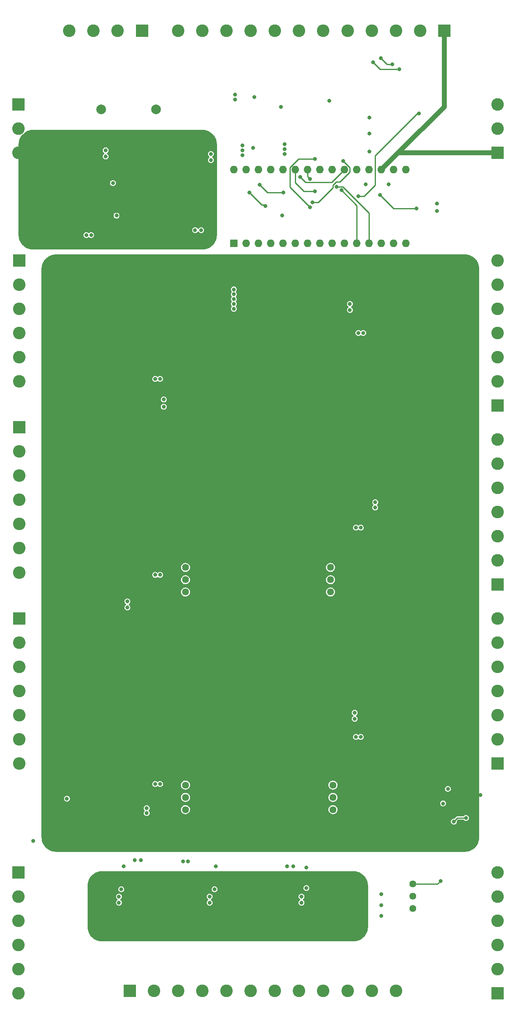
<source format=gbl>
G04 #@! TF.GenerationSoftware,KiCad,Pcbnew,(6.0.5-0)*
G04 #@! TF.CreationDate,2023-01-20T14:12:10+00:00*
G04 #@! TF.ProjectId,pipcb,70697063-622e-46b6-9963-61645f706362,rev?*
G04 #@! TF.SameCoordinates,Original*
G04 #@! TF.FileFunction,Copper,L4,Bot*
G04 #@! TF.FilePolarity,Positive*
%FSLAX46Y46*%
G04 Gerber Fmt 4.6, Leading zero omitted, Abs format (unit mm)*
G04 Created by KiCad (PCBNEW (6.0.5-0)) date 2023-01-20 14:12:10*
%MOMM*%
%LPD*%
G01*
G04 APERTURE LIST*
G04 #@! TA.AperFunction,ComponentPad*
%ADD10R,2.600000X2.600000*%
G04 #@! TD*
G04 #@! TA.AperFunction,ComponentPad*
%ADD11C,2.600000*%
G04 #@! TD*
G04 #@! TA.AperFunction,ComponentPad*
%ADD12C,1.440000*%
G04 #@! TD*
G04 #@! TA.AperFunction,ComponentPad*
%ADD13C,0.600000*%
G04 #@! TD*
G04 #@! TA.AperFunction,SMDPad,CuDef*
%ADD14R,3.200000X5.800000*%
G04 #@! TD*
G04 #@! TA.AperFunction,ComponentPad*
%ADD15C,2.000000*%
G04 #@! TD*
G04 #@! TA.AperFunction,ComponentPad*
%ADD16R,1.600000X1.600000*%
G04 #@! TD*
G04 #@! TA.AperFunction,ComponentPad*
%ADD17O,1.600000X1.600000*%
G04 #@! TD*
G04 #@! TA.AperFunction,ViaPad*
%ADD18C,0.800000*%
G04 #@! TD*
G04 #@! TA.AperFunction,Conductor*
%ADD19C,0.250000*%
G04 #@! TD*
G04 #@! TA.AperFunction,Conductor*
%ADD20C,1.000000*%
G04 #@! TD*
G04 APERTURE END LIST*
D10*
X31000000Y34500000D03*
D11*
X26000000Y34500000D03*
X21000000Y34500000D03*
X16000000Y34500000D03*
D10*
X104500000Y-80000000D03*
D11*
X104500000Y-75000000D03*
X104500000Y-70000000D03*
X104500000Y-65000000D03*
X104500000Y-60000000D03*
X104500000Y-55000000D03*
X104500000Y-50000000D03*
D12*
X70000000Y-76450000D03*
X70000000Y-78990000D03*
X70000000Y-81530000D03*
X40000000Y-121450000D03*
X40000000Y-123990000D03*
X40000000Y-126530000D03*
D10*
X104500000Y-117000000D03*
D11*
X104500000Y-112000000D03*
X104500000Y-107000000D03*
X104500000Y-102000000D03*
X104500000Y-97000000D03*
X104500000Y-92000000D03*
X104500000Y-87000000D03*
D10*
X104500000Y9250000D03*
D11*
X104500000Y14250000D03*
X104500000Y19250000D03*
D10*
X104500000Y-43000000D03*
D11*
X104500000Y-38000000D03*
X104500000Y-33000000D03*
X104500000Y-28000000D03*
X104500000Y-23000000D03*
X104500000Y-18000000D03*
X104500000Y-13000000D03*
D10*
X5500000Y-139500000D03*
D11*
X5500000Y-144500000D03*
X5500000Y-149500000D03*
X5500000Y-154500000D03*
X5500000Y-159500000D03*
X5500000Y-164500000D03*
D13*
X67087500Y-145200000D03*
X68387500Y-143900000D03*
X69687500Y-147800000D03*
X69687500Y-143900000D03*
X69687500Y-146500000D03*
D14*
X68387500Y-146500000D03*
D13*
X68387500Y-149100000D03*
X67087500Y-143900000D03*
X68387500Y-145200000D03*
X67087500Y-147800000D03*
X68387500Y-146500000D03*
X67087500Y-149100000D03*
X69687500Y-149100000D03*
X69687500Y-145200000D03*
X68387500Y-147800000D03*
X67087500Y-146500000D03*
D10*
X5640000Y-13000000D03*
D11*
X5640000Y-18000000D03*
X5640000Y-23000000D03*
X5640000Y-28000000D03*
X5640000Y-33000000D03*
X5640000Y-38000000D03*
D13*
X50687500Y-149100000D03*
X48087500Y-149100000D03*
X50687500Y-145200000D03*
X50687500Y-146500000D03*
X48087500Y-147800000D03*
X48087500Y-146500000D03*
X50687500Y-143900000D03*
X50687500Y-147800000D03*
X49387500Y-143900000D03*
X49387500Y-145200000D03*
X49387500Y-149100000D03*
X49387500Y-146500000D03*
X49387500Y-147800000D03*
X48087500Y-143900000D03*
D14*
X49387500Y-146500000D03*
D13*
X48087500Y-145200000D03*
D10*
X5640000Y-47500000D03*
D11*
X5640000Y-52500000D03*
X5640000Y-57500000D03*
X5640000Y-62500000D03*
X5640000Y-67500000D03*
X5640000Y-72500000D03*
X5640000Y-77500000D03*
D12*
X70500000Y-121450000D03*
X70500000Y-123990000D03*
X70500000Y-126530000D03*
D10*
X28500000Y-164000000D03*
D11*
X33500000Y-164000000D03*
X38500000Y-164000000D03*
X43500000Y-164000000D03*
X48500000Y-164000000D03*
X53500000Y-164000000D03*
X58500000Y-164000000D03*
X63500000Y-164000000D03*
X68500000Y-164000000D03*
X73500000Y-164000000D03*
X78500000Y-164000000D03*
X83500000Y-164000000D03*
D13*
X30387500Y-149100000D03*
X29087500Y-149100000D03*
X31687500Y-147800000D03*
X31687500Y-145200000D03*
X29087500Y-143900000D03*
X30387500Y-146500000D03*
X30387500Y-143900000D03*
X29087500Y-145200000D03*
X30387500Y-147800000D03*
X29087500Y-147800000D03*
X30387500Y-145200000D03*
X31687500Y-149100000D03*
X29087500Y-146500000D03*
X31687500Y-146500000D03*
X31687500Y-143900000D03*
D14*
X30387500Y-146500000D03*
D10*
X5640000Y-87000000D03*
D11*
X5640000Y-92000000D03*
X5640000Y-97000000D03*
X5640000Y-102000000D03*
X5640000Y-107000000D03*
X5640000Y-112000000D03*
X5640000Y-117000000D03*
D15*
X22550000Y18250000D03*
X33950000Y18250000D03*
D10*
X93500000Y34500000D03*
D11*
X88500000Y34500000D03*
X83500000Y34500000D03*
X78500000Y34500000D03*
X73500000Y34500000D03*
X68500000Y34500000D03*
X63500000Y34500000D03*
X58500000Y34500000D03*
X53500000Y34500000D03*
X48500000Y34500000D03*
X43500000Y34500000D03*
X38500000Y34500000D03*
D16*
X50000000Y-9500000D03*
D17*
X52540000Y-9500000D03*
X55080000Y-9500000D03*
X57620000Y-9500000D03*
X60160000Y-9500000D03*
X62700000Y-9500000D03*
X65240000Y-9500000D03*
X67780000Y-9500000D03*
X70320000Y-9500000D03*
X72860000Y-9500000D03*
X75400000Y-9500000D03*
X77940000Y-9500000D03*
X80480000Y-9500000D03*
X83020000Y-9500000D03*
X85560000Y-9500000D03*
X85560000Y5740000D03*
X83020000Y5740000D03*
X80480000Y5740000D03*
X77940000Y5740000D03*
X75400000Y5740000D03*
X72860000Y5740000D03*
X70320000Y5740000D03*
X67780000Y5740000D03*
X65240000Y5740000D03*
X62700000Y5740000D03*
X60160000Y5740000D03*
X57620000Y5740000D03*
X55080000Y5740000D03*
X52540000Y5740000D03*
X50000000Y5740000D03*
D10*
X104500000Y-164500000D03*
D11*
X104500000Y-159500000D03*
X104500000Y-154500000D03*
X104500000Y-149500000D03*
X104500000Y-144500000D03*
X104500000Y-139500000D03*
D10*
X5500000Y19250000D03*
D11*
X5500000Y14250000D03*
X5500000Y9250000D03*
D12*
X40000000Y-76460000D03*
X40000000Y-79000000D03*
X40000000Y-81540000D03*
X87000000Y-141900000D03*
X87000000Y-144440000D03*
X87000000Y-146980000D03*
D18*
X26750000Y-143000000D03*
X51750000Y9750000D03*
X50000000Y-20000000D03*
X26250000Y-144500000D03*
X26250000Y-145750000D03*
X46000000Y-143000000D03*
X45000000Y-144500000D03*
X50000000Y-19000000D03*
X50000000Y-21000000D03*
X64000000Y-144500000D03*
X64000000Y-145750000D03*
X51750000Y8750000D03*
X45000000Y-145750000D03*
X50000000Y-23000000D03*
X65000000Y-142750000D03*
X50000000Y-22000000D03*
X51750000Y10750000D03*
X8750000Y0D03*
X7000000Y0D03*
X10500000Y1500000D03*
X12250000Y-7500000D03*
X12250000Y-1500000D03*
X8750000Y-1500000D03*
X7000000Y-4500000D03*
X14000000Y-3000000D03*
X14000000Y-4500000D03*
X12250000Y0D03*
X14000000Y-1500000D03*
X7000000Y-1500000D03*
X12250000Y-6000000D03*
X10500000Y0D03*
X14000000Y-6000000D03*
X7000000Y-7500000D03*
X14000000Y0D03*
X7000000Y-6000000D03*
X8750000Y-3000000D03*
X10500000Y-4500000D03*
X8750000Y-4500000D03*
X12250000Y-4500000D03*
X12250000Y-3000000D03*
X8750000Y-6000000D03*
X12250000Y1500000D03*
X8750000Y-7500000D03*
X7000000Y1500000D03*
X8750000Y1500000D03*
X10500000Y-3000000D03*
X7000000Y-3000000D03*
X10500000Y-1500000D03*
X14000000Y1500000D03*
X14000000Y-7500000D03*
X10500000Y-6000000D03*
X10500000Y-7500000D03*
X92750000Y-141250000D03*
X94250000Y-122250000D03*
X93250000Y-125250000D03*
X60500000Y11000000D03*
X60500000Y10000000D03*
X82000000Y2750000D03*
X60500000Y9000000D03*
X60000000Y-3750000D03*
X15500000Y-124250000D03*
X75250000Y-111500000D03*
X28000000Y-83500000D03*
X92000000Y-1250000D03*
X76250000Y-111500000D03*
X34750000Y-78000000D03*
X19500000Y-7750000D03*
X79230831Y-64083037D03*
X75750000Y-28000000D03*
X28000000Y-84750000D03*
X79250000Y-63000000D03*
X20500000Y-7750000D03*
X33750000Y-121250000D03*
X76750000Y-28000000D03*
X32000000Y-127250000D03*
X23500000Y8500000D03*
X23500000Y9750000D03*
X34750000Y-37500000D03*
X75000000Y-106500000D03*
X76250000Y-68250000D03*
X75250000Y-68250000D03*
X74000000Y-23250000D03*
X25000000Y3000000D03*
X32000000Y-126250000D03*
X35500000Y-41750000D03*
X33750000Y-78000000D03*
X34750000Y-121250000D03*
X33750000Y-37500000D03*
X74000000Y-22000000D03*
X75000000Y-107750000D03*
X35500000Y-43250000D03*
X84250000Y26500000D03*
X78750000Y27974500D03*
X80373521Y28772874D03*
X82750000Y27500000D03*
X71250000Y2250000D03*
X72250000Y1500000D03*
X66750000Y1250000D03*
X80264333Y538931D03*
X87750000Y-2250000D03*
X65737589Y3868400D03*
X72585945Y7589011D03*
X66250000Y-1000000D03*
X63750000Y4249998D03*
X55321070Y2601559D03*
X60250000Y1000000D03*
X65750000Y-2000000D03*
X66750000Y8000000D03*
X40500000Y-137250000D03*
X22750000Y-77750000D03*
X54000000Y10250000D03*
X24500000Y-34250000D03*
X24500000Y-32750000D03*
X87000000Y-68750000D03*
X88750000Y-28250000D03*
X80500000Y-148500000D03*
X24500000Y-71750000D03*
X26250000Y-32750000D03*
X21000000Y-29750000D03*
X87000000Y-74750000D03*
X26250000Y-77750000D03*
X21250000Y-120750000D03*
X28000000Y-37250000D03*
X22750000Y-29750000D03*
X40500000Y-114250000D03*
X28250000Y-116250000D03*
X73000000Y-73250000D03*
X65000000Y-138500000D03*
X83500000Y-68750000D03*
X83500000Y-34250000D03*
X61500000Y-14750000D03*
X73250000Y-32750000D03*
X40500000Y-70250000D03*
X25750000Y-3750000D03*
X42000000Y-6750000D03*
X50500000Y-112500000D03*
X88500000Y-116000000D03*
X86750000Y-117500000D03*
X21000000Y-71750000D03*
X26250000Y-29750000D03*
X57250000Y-37500000D03*
X58750000Y-56250000D03*
X80250000Y-89000000D03*
X28000000Y-29750000D03*
X21250000Y-114750000D03*
X88750000Y-68750000D03*
X48500000Y-54500000D03*
X21000000Y-34250000D03*
X87000000Y-70250000D03*
X23000000Y-119250000D03*
X61500000Y-146250000D03*
X22750000Y-37250000D03*
X88750000Y-70250000D03*
X28000000Y-31250000D03*
X46000000Y-18750000D03*
X39500000Y-137250000D03*
X26250000Y-37250000D03*
X22750000Y-73250000D03*
X83250000Y-119000000D03*
X28000000Y-74750000D03*
X36250000Y-140000000D03*
X24500000Y-31250000D03*
X88750000Y-29750000D03*
X21000000Y-28250000D03*
X23000000Y-113250000D03*
X81500000Y-111500000D03*
X21000000Y-31250000D03*
X81750000Y-37250000D03*
X88500000Y-119000000D03*
X29500000Y-137000000D03*
X81750000Y-35750000D03*
X26500000Y-117750000D03*
X88500000Y-111500000D03*
X83250000Y-120500000D03*
X59000000Y-99000000D03*
X88750000Y-37250000D03*
X36250000Y-141000000D03*
X51000000Y-49750000D03*
X28000000Y-34250000D03*
X26250000Y-70250000D03*
X28000000Y-28250000D03*
X85000000Y-116000000D03*
X78000000Y16500000D03*
X88750000Y-77750000D03*
X45250000Y7750000D03*
X23000000Y-111750000D03*
X21000000Y-35750000D03*
X26250000Y-35750000D03*
X28000000Y-35750000D03*
X22750000Y-28250000D03*
X88500000Y-120500000D03*
X28250000Y-114750000D03*
X80500000Y-146250000D03*
X81750000Y-34250000D03*
X28250000Y-111750000D03*
X88500000Y-114500000D03*
X81750000Y-73250000D03*
X28000000Y-77750000D03*
X28000000Y-71750000D03*
X85250000Y-32750000D03*
X81750000Y-32750000D03*
X22750000Y-35750000D03*
X74250000Y-140000000D03*
X81500000Y-117500000D03*
X24750000Y-117750000D03*
X81500000Y-114500000D03*
X87000000Y-77750000D03*
X85000000Y-114500000D03*
X24500000Y-68750000D03*
X88750000Y-31250000D03*
X83250000Y-117500000D03*
X86750000Y-120500000D03*
X100000000Y-133500000D03*
X22750000Y-70250000D03*
X47250000Y-54500000D03*
X24750000Y-116250000D03*
X88500000Y-113000000D03*
X61500000Y-148500000D03*
X85000000Y-127000000D03*
X26500000Y-114750000D03*
X85250000Y-74750000D03*
X72500000Y-37750000D03*
X83500000Y-31250000D03*
X81750000Y-77750000D03*
X78000000Y13250000D03*
X26250000Y-28250000D03*
X81500000Y-116000000D03*
X83500000Y-76250000D03*
X42250000Y-144000000D03*
X57000000Y-123000000D03*
X85250000Y-35750000D03*
X83500000Y-37250000D03*
X42250000Y-148500000D03*
X33000000Y-47750000D03*
X26500000Y-116250000D03*
X88500000Y-117500000D03*
X59750000Y18750000D03*
X46250000Y-138250000D03*
X85000000Y-113000000D03*
X81750000Y-29750000D03*
X81500000Y-113000000D03*
X69750000Y20000000D03*
X69500000Y-68250000D03*
X36750000Y-29250000D03*
X101000000Y-123500000D03*
X24500000Y-77750000D03*
X83500000Y-77750000D03*
X24750000Y-120750000D03*
X22750000Y-34250000D03*
X87000000Y-31250000D03*
X24750000Y-113250000D03*
X61500000Y-15750000D03*
X28250000Y-120750000D03*
X54250000Y20750000D03*
X85250000Y-71750000D03*
X87000000Y-71750000D03*
X88750000Y-76250000D03*
X81750000Y-71750000D03*
X86750000Y-119000000D03*
X49500000Y-27750000D03*
X81750000Y-70250000D03*
X22750000Y-71750000D03*
X74250000Y-141000000D03*
X83500000Y-29750000D03*
X85250000Y-31250000D03*
X81750000Y-28250000D03*
X85250000Y-29750000D03*
X34250000Y-47750000D03*
X85250000Y-73250000D03*
X39500000Y-93250000D03*
X62250000Y-96000000D03*
X83500000Y-35750000D03*
X28000000Y-32750000D03*
X77250000Y2750000D03*
X85250000Y-77750000D03*
X83250000Y-116000000D03*
X24750000Y-111750000D03*
X23000000Y-116250000D03*
X85250000Y-37250000D03*
X55250000Y-140000000D03*
X21000000Y-32750000D03*
X61500000Y-144000000D03*
X24500000Y-37250000D03*
X81500000Y-119000000D03*
X28250000Y-119250000D03*
X21250000Y-116250000D03*
X50000000Y-100250000D03*
X28000000Y-73250000D03*
X87000000Y-76250000D03*
X26250000Y-34250000D03*
X21250000Y-111750000D03*
X26500000Y-113250000D03*
X85000000Y-120500000D03*
X81750000Y-76250000D03*
X22750000Y-31250000D03*
X88750000Y-35750000D03*
X88750000Y-32750000D03*
X22750000Y-76250000D03*
X62250000Y-138250000D03*
X87000000Y-37250000D03*
X40500000Y-93250000D03*
X85250000Y-28250000D03*
X83500000Y-74750000D03*
X92000000Y-2750000D03*
X58000000Y-81500000D03*
X24750000Y-114750000D03*
X88750000Y-71750000D03*
X83500000Y-71750000D03*
X22750000Y-32750000D03*
X81750000Y-74750000D03*
X87000000Y-34250000D03*
X24750000Y-119250000D03*
X26250000Y-73250000D03*
X28000000Y-68750000D03*
X21000000Y-73250000D03*
X50000000Y-99000000D03*
X42250000Y-146250000D03*
X24500000Y-28250000D03*
X30750000Y-137000000D03*
X61500000Y-47000000D03*
X85250000Y-68750000D03*
X27250000Y-138250000D03*
X86750000Y-111500000D03*
X26250000Y-68750000D03*
X36750000Y-32750000D03*
X61000000Y-138250000D03*
X50250000Y20250000D03*
X59000000Y-100000000D03*
X24500000Y-73250000D03*
X28250000Y-117750000D03*
X83250000Y-114500000D03*
X43250000Y-6750000D03*
X97750000Y-133250000D03*
X61250000Y-96000000D03*
X88750000Y-74750000D03*
X24500000Y-29750000D03*
X86250000Y-127000000D03*
X45250000Y9000000D03*
X28250000Y-113250000D03*
X87000000Y-28250000D03*
X21000000Y-68750000D03*
X23000000Y-114750000D03*
X8500000Y-133000000D03*
X24500000Y-70250000D03*
X85000000Y-111500000D03*
X21000000Y-70250000D03*
X55250000Y-141000000D03*
X83250000Y-113000000D03*
X22750000Y-68750000D03*
X21250000Y-119250000D03*
X87000000Y-29750000D03*
X22750000Y-74750000D03*
X85000000Y-117500000D03*
X83500000Y-73250000D03*
X26500000Y-120750000D03*
X83500000Y-70250000D03*
X85250000Y-70250000D03*
X50250000Y21250000D03*
X85250000Y-76250000D03*
X86750000Y-114500000D03*
X80472536Y-144027464D03*
X24500000Y-74750000D03*
X26250000Y-71750000D03*
X52000000Y-68000000D03*
X51000000Y-50750000D03*
X80250000Y-90000000D03*
X86750000Y-116000000D03*
X62500000Y-47000000D03*
X83250000Y-111500000D03*
X21250000Y-117750000D03*
X83500000Y-32750000D03*
X81750000Y-31250000D03*
X21000000Y-76250000D03*
X21000000Y-74750000D03*
X24500000Y-76250000D03*
X26250000Y-76250000D03*
X28000000Y-70250000D03*
X87000000Y-73250000D03*
X23000000Y-117750000D03*
X87000000Y-35750000D03*
X85250000Y-34250000D03*
X26500000Y-119250000D03*
X81750000Y-68750000D03*
X36750000Y-73250000D03*
X26500000Y-111750000D03*
X88750000Y-73250000D03*
X30750000Y-116250000D03*
X79250000Y-116250000D03*
X69750000Y-113250000D03*
X87000000Y-32750000D03*
X24500000Y-35750000D03*
X86750000Y-113000000D03*
X83500000Y-28250000D03*
X47250000Y-18750000D03*
X26250000Y-74750000D03*
X40750000Y-34000000D03*
X78000000Y9500000D03*
X21000000Y-77750000D03*
X85000000Y-119000000D03*
X21000000Y-37250000D03*
X81500000Y-120500000D03*
X88750000Y-34250000D03*
X28000000Y-76250000D03*
X26250000Y-31250000D03*
X21250000Y-113250000D03*
X23000000Y-120750000D03*
X75750000Y250000D03*
X88308041Y17347536D03*
X56500000Y-1750000D03*
X53250000Y1000000D03*
X95500000Y-129000000D03*
X98000000Y-128250000D03*
D19*
X92100000Y-141900000D02*
X87000000Y-141900000D01*
X92750000Y-141250000D02*
X92100000Y-141900000D01*
D20*
X83990000Y9250000D02*
X104500000Y9250000D01*
X80480000Y5740000D02*
X83990000Y9250000D01*
X83990000Y9250000D02*
X93500000Y18760000D01*
X93500000Y18760000D02*
X93500000Y34500000D01*
D19*
X84250000Y26500000D02*
X80224500Y26500000D01*
X80224500Y26500000D02*
X78750000Y27974500D01*
X82750000Y27500000D02*
X81646395Y27500000D01*
X81646395Y27500000D02*
X80373521Y28772874D01*
X72524600Y2250000D02*
X77940000Y-3165400D01*
X77940000Y-3165400D02*
X77940000Y-9500000D01*
X71250000Y2250000D02*
X72524600Y2250000D01*
X75400000Y-1650000D02*
X72250000Y1500000D01*
X75400000Y-9500000D02*
X75400000Y-1650000D01*
X62700000Y3050000D02*
X62700000Y5740000D01*
X87858522Y-2250000D02*
X83053264Y-2250000D01*
X66750000Y1250000D02*
X64500000Y1250000D01*
X64500000Y1250000D02*
X62700000Y3050000D01*
X83053264Y-2250000D02*
X80264333Y538931D01*
X65240000Y4365989D02*
X65737589Y3868400D01*
X65240000Y5740000D02*
X65240000Y4365989D01*
X71974501Y3224501D02*
X73984511Y5234511D01*
X72601289Y7589011D02*
X72585945Y7589011D01*
X73984511Y6205789D02*
X72601289Y7589011D01*
X67475400Y-1000000D02*
X70525499Y2050099D01*
X73984511Y5234511D02*
X73984511Y6205789D01*
X66250000Y-1000000D02*
X67475400Y-1000000D01*
X70525499Y2550099D02*
X71199901Y3224501D01*
X70525499Y2050099D02*
X70525499Y2550099D01*
X71199901Y3224501D02*
X71974501Y3224501D01*
X64856099Y3143899D02*
X63750000Y4249998D01*
X72860000Y5740000D02*
X70263899Y3143899D01*
X70263899Y3143899D02*
X64856099Y3143899D01*
X56922629Y1000000D02*
X60250000Y1000000D01*
X55321070Y2601559D02*
X56922629Y1000000D01*
X61575489Y2174511D02*
X65750000Y-2000000D01*
X63369700Y8000000D02*
X61575489Y6205789D01*
X66750000Y8000000D02*
X63369700Y8000000D01*
X61575489Y6205789D02*
X61575489Y2174511D01*
X87974500Y17347536D02*
X88308041Y17347536D01*
X79250000Y8623036D02*
X87974500Y17347536D01*
X75750000Y250000D02*
X76969209Y250000D01*
X76969209Y250000D02*
X79250000Y2530791D01*
X79250000Y2530791D02*
X79250000Y8623036D01*
X53250000Y1000000D02*
X55750000Y-1500000D01*
X56250000Y-1500000D02*
X56500000Y-1750000D01*
X55750000Y-1500000D02*
X56250000Y-1500000D01*
X95500000Y-129000000D02*
X96250000Y-128250000D01*
X96250000Y-128250000D02*
X98000000Y-128250000D01*
G04 #@! TA.AperFunction,Conductor*
G36*
X43503526Y13999802D02*
G01*
X43828832Y13981534D01*
X43842864Y13979953D01*
X44001728Y13952961D01*
X44160587Y13925969D01*
X44174362Y13922825D01*
X44270228Y13895207D01*
X44484047Y13833606D01*
X44497368Y13828945D01*
X44795118Y13705613D01*
X44807841Y13699486D01*
X45024131Y13579947D01*
X45089906Y13543594D01*
X45101870Y13536076D01*
X45364694Y13349591D01*
X45375740Y13340782D01*
X45616043Y13126035D01*
X45626035Y13116043D01*
X45840782Y12875740D01*
X45849591Y12864694D01*
X46036076Y12601870D01*
X46043594Y12589906D01*
X46199484Y12307845D01*
X46205613Y12295118D01*
X46328945Y11997368D01*
X46333606Y11984047D01*
X46395207Y11770228D01*
X46422825Y11674362D01*
X46425969Y11660587D01*
X46479952Y11342869D01*
X46481534Y11328828D01*
X46499802Y11003526D01*
X46500000Y10996461D01*
X46500000Y-7746461D01*
X46499802Y-7753526D01*
X46491657Y-7898574D01*
X46481534Y-8078828D01*
X46479953Y-8092864D01*
X46464586Y-8183305D01*
X46425969Y-8410587D01*
X46422825Y-8424362D01*
X46333606Y-8734047D01*
X46328945Y-8747368D01*
X46205615Y-9045114D01*
X46199484Y-9057845D01*
X46043594Y-9339906D01*
X46036076Y-9351870D01*
X45849591Y-9614694D01*
X45840782Y-9625740D01*
X45626035Y-9866043D01*
X45616043Y-9876035D01*
X45375740Y-10090782D01*
X45364694Y-10099591D01*
X45101870Y-10286076D01*
X45089906Y-10293594D01*
X44807841Y-10449486D01*
X44795118Y-10455613D01*
X44497368Y-10578945D01*
X44484047Y-10583606D01*
X44270228Y-10645207D01*
X44174362Y-10672825D01*
X44160587Y-10675969D01*
X44001728Y-10702961D01*
X43842864Y-10729953D01*
X43828832Y-10731534D01*
X43503526Y-10749802D01*
X43496461Y-10750000D01*
X8503539Y-10750000D01*
X8496474Y-10749802D01*
X8171168Y-10731534D01*
X8157136Y-10729953D01*
X7998272Y-10702961D01*
X7839413Y-10675969D01*
X7825638Y-10672825D01*
X7729772Y-10645207D01*
X7515953Y-10583606D01*
X7502632Y-10578945D01*
X7204882Y-10455613D01*
X7192159Y-10449486D01*
X6910094Y-10293594D01*
X6898130Y-10286076D01*
X6635306Y-10099591D01*
X6624260Y-10090782D01*
X6383957Y-9876035D01*
X6373965Y-9866043D01*
X6159218Y-9625740D01*
X6150409Y-9614694D01*
X5963924Y-9351870D01*
X5956406Y-9339906D01*
X5800516Y-9057845D01*
X5794385Y-9045114D01*
X5671055Y-8747368D01*
X5666394Y-8734047D01*
X5577175Y-8424362D01*
X5574031Y-8410587D01*
X5535414Y-8183305D01*
X5520047Y-8092864D01*
X5518466Y-8078828D01*
X5508344Y-7898574D01*
X5500198Y-7753526D01*
X5500099Y-7750000D01*
X18894318Y-7750000D01*
X18914956Y-7906762D01*
X18975464Y-8052841D01*
X19071718Y-8178282D01*
X19197159Y-8274536D01*
X19343238Y-8335044D01*
X19500000Y-8355682D01*
X19508188Y-8354604D01*
X19648574Y-8336122D01*
X19656762Y-8335044D01*
X19802841Y-8274536D01*
X19923296Y-8182108D01*
X19989517Y-8156508D01*
X20059065Y-8170773D01*
X20076704Y-8182108D01*
X20197159Y-8274536D01*
X20343238Y-8335044D01*
X20500000Y-8355682D01*
X20508188Y-8354604D01*
X20648574Y-8336122D01*
X20656762Y-8335044D01*
X20802841Y-8274536D01*
X20928282Y-8178282D01*
X21024536Y-8052841D01*
X21085044Y-7906762D01*
X21105682Y-7750000D01*
X21085044Y-7593238D01*
X21024536Y-7447159D01*
X20928282Y-7321718D01*
X20802841Y-7225464D01*
X20656762Y-7164956D01*
X20500000Y-7144318D01*
X20343238Y-7164956D01*
X20197159Y-7225464D01*
X20190608Y-7230491D01*
X20076704Y-7317892D01*
X20010483Y-7343492D01*
X19940935Y-7329227D01*
X19923296Y-7317892D01*
X19809392Y-7230491D01*
X19802841Y-7225464D01*
X19656762Y-7164956D01*
X19500000Y-7144318D01*
X19343238Y-7164956D01*
X19197159Y-7225464D01*
X19071718Y-7321718D01*
X18975464Y-7447159D01*
X18914956Y-7593238D01*
X18894318Y-7750000D01*
X5500099Y-7750000D01*
X5500000Y-7746461D01*
X5500000Y-6750000D01*
X41394318Y-6750000D01*
X41414956Y-6906762D01*
X41475464Y-7052841D01*
X41571718Y-7178282D01*
X41697159Y-7274536D01*
X41843238Y-7335044D01*
X42000000Y-7355682D01*
X42008188Y-7354604D01*
X42148574Y-7336122D01*
X42156762Y-7335044D01*
X42302841Y-7274536D01*
X42428282Y-7178282D01*
X42524536Y-7052841D01*
X42527201Y-7054886D01*
X42567250Y-7016691D01*
X42636962Y-7003246D01*
X42702876Y-7029625D01*
X42723980Y-7053980D01*
X42725464Y-7052841D01*
X42821718Y-7178282D01*
X42947159Y-7274536D01*
X43093238Y-7335044D01*
X43250000Y-7355682D01*
X43258188Y-7354604D01*
X43398574Y-7336122D01*
X43406762Y-7335044D01*
X43552841Y-7274536D01*
X43678282Y-7178282D01*
X43774536Y-7052841D01*
X43835044Y-6906762D01*
X43855682Y-6750000D01*
X43835044Y-6593238D01*
X43774536Y-6447159D01*
X43678282Y-6321718D01*
X43552841Y-6225464D01*
X43406762Y-6164956D01*
X43250000Y-6144318D01*
X43093238Y-6164956D01*
X42947159Y-6225464D01*
X42821718Y-6321718D01*
X42725464Y-6447159D01*
X42722799Y-6445114D01*
X42682750Y-6483309D01*
X42613038Y-6496754D01*
X42547124Y-6470375D01*
X42526020Y-6446020D01*
X42524536Y-6447159D01*
X42433305Y-6328264D01*
X42428282Y-6321718D01*
X42302841Y-6225464D01*
X42156762Y-6164956D01*
X42000000Y-6144318D01*
X41843238Y-6164956D01*
X41697159Y-6225464D01*
X41571718Y-6321718D01*
X41475464Y-6447159D01*
X41414956Y-6593238D01*
X41394318Y-6750000D01*
X5500000Y-6750000D01*
X5500000Y-3750000D01*
X25144318Y-3750000D01*
X25164956Y-3906762D01*
X25225464Y-4052841D01*
X25321718Y-4178282D01*
X25447159Y-4274536D01*
X25593238Y-4335044D01*
X25750000Y-4355682D01*
X25758188Y-4354604D01*
X25898574Y-4336122D01*
X25906762Y-4335044D01*
X26052841Y-4274536D01*
X26178282Y-4178282D01*
X26274536Y-4052841D01*
X26335044Y-3906762D01*
X26355682Y-3750000D01*
X26335044Y-3593238D01*
X26274536Y-3447159D01*
X26178282Y-3321718D01*
X26052841Y-3225464D01*
X25906762Y-3164956D01*
X25750000Y-3144318D01*
X25593238Y-3164956D01*
X25447159Y-3225464D01*
X25321718Y-3321718D01*
X25225464Y-3447159D01*
X25164956Y-3593238D01*
X25144318Y-3750000D01*
X5500000Y-3750000D01*
X5500000Y3000000D01*
X24394318Y3000000D01*
X24414956Y2843238D01*
X24475464Y2697159D01*
X24571718Y2571718D01*
X24697159Y2475464D01*
X24843238Y2414956D01*
X25000000Y2394318D01*
X25008188Y2395396D01*
X25148574Y2413878D01*
X25156762Y2414956D01*
X25302841Y2475464D01*
X25428282Y2571718D01*
X25524536Y2697159D01*
X25585044Y2843238D01*
X25605682Y3000000D01*
X25585044Y3156762D01*
X25524536Y3302841D01*
X25428282Y3428282D01*
X25302841Y3524536D01*
X25156762Y3585044D01*
X25000000Y3605682D01*
X24843238Y3585044D01*
X24697159Y3524536D01*
X24571718Y3428282D01*
X24475464Y3302841D01*
X24414956Y3156762D01*
X24394318Y3000000D01*
X5500000Y3000000D01*
X5500000Y7750000D01*
X44644318Y7750000D01*
X44664956Y7593238D01*
X44725464Y7447159D01*
X44821718Y7321718D01*
X44947159Y7225464D01*
X45093238Y7164956D01*
X45250000Y7144318D01*
X45258188Y7145396D01*
X45398574Y7163878D01*
X45406762Y7164956D01*
X45552841Y7225464D01*
X45678282Y7321718D01*
X45774536Y7447159D01*
X45835044Y7593238D01*
X45855682Y7750000D01*
X45835044Y7906762D01*
X45774536Y8052841D01*
X45678282Y8178282D01*
X45662219Y8190608D01*
X45552841Y8274536D01*
X45554886Y8277201D01*
X45516691Y8317250D01*
X45503246Y8386962D01*
X45529625Y8452876D01*
X45553980Y8473980D01*
X45552841Y8475464D01*
X45671736Y8566695D01*
X45678282Y8571718D01*
X45774536Y8697159D01*
X45835044Y8843238D01*
X45855682Y9000000D01*
X45835044Y9156762D01*
X45774536Y9302841D01*
X45678282Y9428282D01*
X45552841Y9524536D01*
X45406762Y9585044D01*
X45250000Y9605682D01*
X45093238Y9585044D01*
X44947159Y9524536D01*
X44821718Y9428282D01*
X44725464Y9302841D01*
X44664956Y9156762D01*
X44644318Y9000000D01*
X44664956Y8843238D01*
X44725464Y8697159D01*
X44821718Y8571718D01*
X44828264Y8566695D01*
X44947159Y8475464D01*
X44945114Y8472799D01*
X44983309Y8432750D01*
X44996754Y8363038D01*
X44970375Y8297124D01*
X44946020Y8276020D01*
X44947159Y8274536D01*
X44837782Y8190608D01*
X44821718Y8178282D01*
X44725464Y8052841D01*
X44664956Y7906762D01*
X44644318Y7750000D01*
X5500000Y7750000D01*
X5500000Y8500000D01*
X22894318Y8500000D01*
X22914956Y8343238D01*
X22975464Y8197159D01*
X23071718Y8071718D01*
X23197159Y7975464D01*
X23343238Y7914956D01*
X23500000Y7894318D01*
X23508188Y7895396D01*
X23648574Y7913878D01*
X23656762Y7914956D01*
X23802841Y7975464D01*
X23928282Y8071718D01*
X24024536Y8197159D01*
X24085044Y8343238D01*
X24105682Y8500000D01*
X24085044Y8656762D01*
X24024536Y8802841D01*
X23928282Y8928282D01*
X23802841Y9024536D01*
X23804886Y9027201D01*
X23766691Y9067250D01*
X23753246Y9136962D01*
X23779625Y9202876D01*
X23803980Y9223980D01*
X23802841Y9225464D01*
X23921736Y9316695D01*
X23928282Y9321718D01*
X24024536Y9447159D01*
X24085044Y9593238D01*
X24105682Y9750000D01*
X24085044Y9906762D01*
X24024536Y10052841D01*
X23928282Y10178282D01*
X23802841Y10274536D01*
X23656762Y10335044D01*
X23500000Y10355682D01*
X23343238Y10335044D01*
X23197159Y10274536D01*
X23071718Y10178282D01*
X22975464Y10052841D01*
X22914956Y9906762D01*
X22894318Y9750000D01*
X22914956Y9593238D01*
X22975464Y9447159D01*
X23071718Y9321718D01*
X23078264Y9316695D01*
X23197159Y9225464D01*
X23195114Y9222799D01*
X23233309Y9182750D01*
X23246754Y9113038D01*
X23220375Y9047124D01*
X23196020Y9026020D01*
X23197159Y9024536D01*
X23071718Y8928282D01*
X22975464Y8802841D01*
X22914956Y8656762D01*
X22894318Y8500000D01*
X5500000Y8500000D01*
X5500000Y10996461D01*
X5500198Y11003526D01*
X5518466Y11328828D01*
X5520048Y11342869D01*
X5574031Y11660587D01*
X5577175Y11674362D01*
X5604793Y11770228D01*
X5666394Y11984047D01*
X5671055Y11997368D01*
X5794387Y12295118D01*
X5800516Y12307845D01*
X5956406Y12589906D01*
X5963924Y12601870D01*
X6150409Y12864694D01*
X6159218Y12875740D01*
X6184509Y12904041D01*
X6223027Y12933233D01*
X6266311Y12954438D01*
X6266315Y12954440D01*
X6270954Y12956713D01*
X6354981Y13016649D01*
X6467617Y13096991D01*
X6467622Y13096995D01*
X6471829Y13099996D01*
X6646605Y13274163D01*
X6756675Y13427342D01*
X6786082Y13456573D01*
X6898130Y13536076D01*
X6910094Y13543594D01*
X6975869Y13579947D01*
X7192159Y13699486D01*
X7204882Y13705613D01*
X7502632Y13828945D01*
X7515953Y13833606D01*
X7729772Y13895207D01*
X7825638Y13922825D01*
X7839413Y13925969D01*
X7998272Y13952961D01*
X8157136Y13979953D01*
X8171168Y13981534D01*
X8496474Y13999802D01*
X8503539Y14000000D01*
X43496461Y14000000D01*
X43503526Y13999802D01*
G37*
G04 #@! TD.AperFunction*
G04 #@! TA.AperFunction,Conductor*
G36*
X97753526Y-11750198D02*
G01*
X98078832Y-11768466D01*
X98092864Y-11770047D01*
X98251728Y-11797039D01*
X98410587Y-11824031D01*
X98424362Y-11827175D01*
X98520228Y-11854793D01*
X98734047Y-11916394D01*
X98747368Y-11921055D01*
X99045118Y-12044387D01*
X99057841Y-12050514D01*
X99274131Y-12170053D01*
X99339906Y-12206406D01*
X99351870Y-12213924D01*
X99614694Y-12400409D01*
X99625740Y-12409218D01*
X99866043Y-12623965D01*
X99876035Y-12633957D01*
X100090782Y-12874260D01*
X100099591Y-12885306D01*
X100286076Y-13148130D01*
X100293594Y-13160094D01*
X100449484Y-13442155D01*
X100455613Y-13454882D01*
X100578945Y-13752632D01*
X100583606Y-13765953D01*
X100645207Y-13979772D01*
X100672825Y-14075638D01*
X100675969Y-14089413D01*
X100729952Y-14407131D01*
X100731534Y-14421172D01*
X100749802Y-14746474D01*
X100750000Y-14753539D01*
X100750000Y-132246461D01*
X100749802Y-132253526D01*
X100731534Y-132578828D01*
X100729952Y-132592869D01*
X100675969Y-132910587D01*
X100672825Y-132924362D01*
X100583606Y-133234047D01*
X100578945Y-133247368D01*
X100455615Y-133545114D01*
X100449484Y-133557845D01*
X100293594Y-133839906D01*
X100286076Y-133851870D01*
X100099591Y-134114694D01*
X100090782Y-134125740D01*
X99876035Y-134366043D01*
X99866043Y-134376035D01*
X99625740Y-134590782D01*
X99614694Y-134599591D01*
X99351870Y-134786076D01*
X99339906Y-134793594D01*
X99057841Y-134949486D01*
X99045118Y-134955613D01*
X98747368Y-135078945D01*
X98734047Y-135083606D01*
X98520228Y-135145207D01*
X98424362Y-135172825D01*
X98410587Y-135175969D01*
X98251728Y-135202960D01*
X98092864Y-135229953D01*
X98078832Y-135231534D01*
X97753526Y-135249802D01*
X97746461Y-135250000D01*
X13253539Y-135250000D01*
X13246474Y-135249802D01*
X12921168Y-135231534D01*
X12907136Y-135229953D01*
X12748272Y-135202960D01*
X12589413Y-135175969D01*
X12575638Y-135172825D01*
X12479772Y-135145207D01*
X12265953Y-135083606D01*
X12252632Y-135078945D01*
X11954882Y-134955613D01*
X11942159Y-134949486D01*
X11660094Y-134793594D01*
X11648130Y-134786076D01*
X11385306Y-134599591D01*
X11374260Y-134590782D01*
X11133957Y-134376035D01*
X11123965Y-134366043D01*
X10909218Y-134125740D01*
X10900409Y-134114694D01*
X10713924Y-133851870D01*
X10706406Y-133839906D01*
X10550516Y-133557845D01*
X10544385Y-133545114D01*
X10421055Y-133247368D01*
X10416394Y-133234047D01*
X10327175Y-132924362D01*
X10324031Y-132910587D01*
X10270048Y-132592869D01*
X10268466Y-132578828D01*
X10250198Y-132253526D01*
X10250000Y-132246461D01*
X10250000Y-129000000D01*
X94894318Y-129000000D01*
X94914956Y-129156762D01*
X94975464Y-129302841D01*
X95071718Y-129428282D01*
X95197159Y-129524536D01*
X95343238Y-129585044D01*
X95500000Y-129605682D01*
X95508188Y-129604604D01*
X95648574Y-129586122D01*
X95656762Y-129585044D01*
X95802841Y-129524536D01*
X95928282Y-129428282D01*
X96024536Y-129302841D01*
X96085044Y-129156762D01*
X96105682Y-129000000D01*
X96096882Y-128933159D01*
X96107821Y-128863011D01*
X96132709Y-128827618D01*
X96347922Y-128612405D01*
X96410234Y-128578379D01*
X96437017Y-128575500D01*
X97430714Y-128575500D01*
X97498835Y-128595502D01*
X97530677Y-128624796D01*
X97571718Y-128678282D01*
X97697159Y-128774536D01*
X97843238Y-128835044D01*
X98000000Y-128855682D01*
X98008188Y-128854604D01*
X98148574Y-128836122D01*
X98156762Y-128835044D01*
X98302841Y-128774536D01*
X98428282Y-128678282D01*
X98524536Y-128552841D01*
X98585044Y-128406762D01*
X98605682Y-128250000D01*
X98585044Y-128093238D01*
X98524536Y-127947159D01*
X98428282Y-127821718D01*
X98302841Y-127725464D01*
X98156762Y-127664956D01*
X98000000Y-127644318D01*
X97843238Y-127664956D01*
X97697159Y-127725464D01*
X97571718Y-127821718D01*
X97566695Y-127828264D01*
X97530677Y-127875204D01*
X97473339Y-127917071D01*
X97430714Y-127924500D01*
X96269713Y-127924500D01*
X96258732Y-127924021D01*
X96232170Y-127921697D01*
X96232168Y-127921697D01*
X96221193Y-127920737D01*
X96184783Y-127930492D01*
X96174076Y-127932866D01*
X96136955Y-127939412D01*
X96127411Y-127944922D01*
X96124135Y-127946114D01*
X96120964Y-127947593D01*
X96110316Y-127950446D01*
X96101287Y-127956768D01*
X96079449Y-127972059D01*
X96070179Y-127977964D01*
X96047092Y-127991293D01*
X96047088Y-127991296D01*
X96037545Y-127996806D01*
X96030460Y-128005250D01*
X96013320Y-128025676D01*
X96005894Y-128033779D01*
X95672382Y-128367291D01*
X95610070Y-128401317D01*
X95566842Y-128403118D01*
X95500000Y-128394318D01*
X95343238Y-128414956D01*
X95197159Y-128475464D01*
X95071718Y-128571718D01*
X94975464Y-128697159D01*
X94914956Y-128843238D01*
X94894318Y-129000000D01*
X10250000Y-129000000D01*
X10250000Y-127250000D01*
X31394318Y-127250000D01*
X31414956Y-127406762D01*
X31475464Y-127552841D01*
X31571718Y-127678282D01*
X31697159Y-127774536D01*
X31843238Y-127835044D01*
X32000000Y-127855682D01*
X32008188Y-127854604D01*
X32148574Y-127836122D01*
X32156762Y-127835044D01*
X32302841Y-127774536D01*
X32428282Y-127678282D01*
X32524536Y-127552841D01*
X32585044Y-127406762D01*
X32605682Y-127250000D01*
X32585044Y-127093238D01*
X32524536Y-126947159D01*
X32432108Y-126826704D01*
X32406508Y-126760483D01*
X32420773Y-126690935D01*
X32432108Y-126673296D01*
X32519509Y-126559392D01*
X32524536Y-126552841D01*
X32533997Y-126530000D01*
X39074430Y-126530000D01*
X39094656Y-126722437D01*
X39096696Y-126728714D01*
X39096696Y-126728716D01*
X39103612Y-126750000D01*
X39154450Y-126906463D01*
X39157753Y-126912185D01*
X39157754Y-126912186D01*
X39177946Y-126947159D01*
X39251198Y-127074036D01*
X39255616Y-127078943D01*
X39255617Y-127078944D01*
X39275860Y-127101426D01*
X39380673Y-127217833D01*
X39386015Y-127221714D01*
X39386017Y-127221716D01*
X39413677Y-127241812D01*
X39537215Y-127331567D01*
X39543243Y-127334251D01*
X39543245Y-127334252D01*
X39706106Y-127406762D01*
X39713983Y-127410269D01*
X39808618Y-127430385D01*
X39896795Y-127449128D01*
X39896800Y-127449128D01*
X39903252Y-127450500D01*
X40096748Y-127450500D01*
X40103200Y-127449128D01*
X40103205Y-127449128D01*
X40191382Y-127430385D01*
X40286017Y-127410269D01*
X40293894Y-127406762D01*
X40456755Y-127334252D01*
X40456757Y-127334251D01*
X40462785Y-127331567D01*
X40586323Y-127241812D01*
X40613983Y-127221716D01*
X40613985Y-127221714D01*
X40619327Y-127217833D01*
X40724140Y-127101426D01*
X40744383Y-127078944D01*
X40744384Y-127078943D01*
X40748802Y-127074036D01*
X40822054Y-126947159D01*
X40842246Y-126912186D01*
X40842247Y-126912185D01*
X40845550Y-126906463D01*
X40896388Y-126750000D01*
X40903304Y-126728716D01*
X40903304Y-126728714D01*
X40905344Y-126722437D01*
X40925570Y-126530000D01*
X69574430Y-126530000D01*
X69594656Y-126722437D01*
X69596696Y-126728714D01*
X69596696Y-126728716D01*
X69603612Y-126750000D01*
X69654450Y-126906463D01*
X69657753Y-126912185D01*
X69657754Y-126912186D01*
X69677946Y-126947159D01*
X69751198Y-127074036D01*
X69755616Y-127078943D01*
X69755617Y-127078944D01*
X69775860Y-127101426D01*
X69880673Y-127217833D01*
X69886015Y-127221714D01*
X69886017Y-127221716D01*
X69913677Y-127241812D01*
X70037215Y-127331567D01*
X70043243Y-127334251D01*
X70043245Y-127334252D01*
X70206106Y-127406762D01*
X70213983Y-127410269D01*
X70308618Y-127430385D01*
X70396795Y-127449128D01*
X70396800Y-127449128D01*
X70403252Y-127450500D01*
X70596748Y-127450500D01*
X70603200Y-127449128D01*
X70603205Y-127449128D01*
X70691382Y-127430385D01*
X70786017Y-127410269D01*
X70793894Y-127406762D01*
X70956755Y-127334252D01*
X70956757Y-127334251D01*
X70962785Y-127331567D01*
X71086323Y-127241812D01*
X71113983Y-127221716D01*
X71113985Y-127221714D01*
X71119327Y-127217833D01*
X71224140Y-127101426D01*
X71244383Y-127078944D01*
X71244384Y-127078943D01*
X71248802Y-127074036D01*
X71322054Y-126947159D01*
X71342246Y-126912186D01*
X71342247Y-126912185D01*
X71345550Y-126906463D01*
X71396388Y-126750000D01*
X71403304Y-126728716D01*
X71403304Y-126728714D01*
X71405344Y-126722437D01*
X71425570Y-126530000D01*
X71405344Y-126337563D01*
X71345550Y-126153537D01*
X71248802Y-125985964D01*
X71207964Y-125940608D01*
X71123749Y-125847078D01*
X71123748Y-125847077D01*
X71119327Y-125842167D01*
X71113985Y-125838286D01*
X71113983Y-125838284D01*
X70968127Y-125732314D01*
X70968126Y-125732313D01*
X70962785Y-125728433D01*
X70956757Y-125725749D01*
X70956755Y-125725748D01*
X70792048Y-125652416D01*
X70792047Y-125652416D01*
X70786017Y-125649731D01*
X70691382Y-125629615D01*
X70603205Y-125610872D01*
X70603200Y-125610872D01*
X70596748Y-125609500D01*
X70403252Y-125609500D01*
X70396800Y-125610872D01*
X70396795Y-125610872D01*
X70308618Y-125629615D01*
X70213983Y-125649731D01*
X70207953Y-125652416D01*
X70207952Y-125652416D01*
X70043245Y-125725748D01*
X70043243Y-125725749D01*
X70037215Y-125728433D01*
X70031874Y-125732313D01*
X70031873Y-125732314D01*
X69886017Y-125838284D01*
X69886015Y-125838286D01*
X69880673Y-125842167D01*
X69876252Y-125847077D01*
X69876251Y-125847078D01*
X69792037Y-125940608D01*
X69751198Y-125985964D01*
X69654450Y-126153537D01*
X69594656Y-126337563D01*
X69574430Y-126530000D01*
X40925570Y-126530000D01*
X40905344Y-126337563D01*
X40845550Y-126153537D01*
X40748802Y-125985964D01*
X40707964Y-125940608D01*
X40623749Y-125847078D01*
X40623748Y-125847077D01*
X40619327Y-125842167D01*
X40613985Y-125838286D01*
X40613983Y-125838284D01*
X40468127Y-125732314D01*
X40468126Y-125732313D01*
X40462785Y-125728433D01*
X40456757Y-125725749D01*
X40456755Y-125725748D01*
X40292048Y-125652416D01*
X40292047Y-125652416D01*
X40286017Y-125649731D01*
X40191382Y-125629615D01*
X40103205Y-125610872D01*
X40103200Y-125610872D01*
X40096748Y-125609500D01*
X39903252Y-125609500D01*
X39896800Y-125610872D01*
X39896795Y-125610872D01*
X39808618Y-125629615D01*
X39713983Y-125649731D01*
X39707953Y-125652416D01*
X39707952Y-125652416D01*
X39543245Y-125725748D01*
X39543243Y-125725749D01*
X39537215Y-125728433D01*
X39531874Y-125732313D01*
X39531873Y-125732314D01*
X39386017Y-125838284D01*
X39386015Y-125838286D01*
X39380673Y-125842167D01*
X39376252Y-125847077D01*
X39376251Y-125847078D01*
X39292037Y-125940608D01*
X39251198Y-125985964D01*
X39154450Y-126153537D01*
X39094656Y-126337563D01*
X39074430Y-126530000D01*
X32533997Y-126530000D01*
X32585044Y-126406762D01*
X32605682Y-126250000D01*
X32585044Y-126093238D01*
X32524536Y-125947159D01*
X32428282Y-125821718D01*
X32302841Y-125725464D01*
X32156762Y-125664956D01*
X32000000Y-125644318D01*
X31843238Y-125664956D01*
X31697159Y-125725464D01*
X31571718Y-125821718D01*
X31475464Y-125947159D01*
X31414956Y-126093238D01*
X31394318Y-126250000D01*
X31414956Y-126406762D01*
X31475464Y-126552841D01*
X31480491Y-126559392D01*
X31567892Y-126673296D01*
X31593492Y-126739517D01*
X31579227Y-126809065D01*
X31567892Y-126826704D01*
X31475464Y-126947159D01*
X31414956Y-127093238D01*
X31394318Y-127250000D01*
X10250000Y-127250000D01*
X10250000Y-125250000D01*
X92644318Y-125250000D01*
X92664956Y-125406762D01*
X92725464Y-125552841D01*
X92821718Y-125678282D01*
X92947159Y-125774536D01*
X93093238Y-125835044D01*
X93250000Y-125855682D01*
X93258188Y-125854604D01*
X93398574Y-125836122D01*
X93406762Y-125835044D01*
X93552841Y-125774536D01*
X93678282Y-125678282D01*
X93774536Y-125552841D01*
X93835044Y-125406762D01*
X93855682Y-125250000D01*
X93835044Y-125093238D01*
X93774536Y-124947159D01*
X93678282Y-124821718D01*
X93552841Y-124725464D01*
X93406762Y-124664956D01*
X93250000Y-124644318D01*
X93093238Y-124664956D01*
X92947159Y-124725464D01*
X92821718Y-124821718D01*
X92725464Y-124947159D01*
X92664956Y-125093238D01*
X92644318Y-125250000D01*
X10250000Y-125250000D01*
X10250000Y-124250000D01*
X14894318Y-124250000D01*
X14914956Y-124406762D01*
X14975464Y-124552841D01*
X15071718Y-124678282D01*
X15197159Y-124774536D01*
X15343238Y-124835044D01*
X15500000Y-124855682D01*
X15508188Y-124854604D01*
X15648574Y-124836122D01*
X15656762Y-124835044D01*
X15802841Y-124774536D01*
X15928282Y-124678282D01*
X16024536Y-124552841D01*
X16085044Y-124406762D01*
X16105682Y-124250000D01*
X16085044Y-124093238D01*
X16042281Y-123990000D01*
X39074430Y-123990000D01*
X39094656Y-124182437D01*
X39154450Y-124366463D01*
X39157753Y-124372185D01*
X39157754Y-124372186D01*
X39182121Y-124414391D01*
X39251198Y-124534036D01*
X39255616Y-124538943D01*
X39255617Y-124538944D01*
X39371924Y-124668116D01*
X39380673Y-124677833D01*
X39386015Y-124681714D01*
X39386017Y-124681716D01*
X39518123Y-124777696D01*
X39537215Y-124791567D01*
X39543243Y-124794251D01*
X39543245Y-124794252D01*
X39681220Y-124855682D01*
X39713983Y-124870269D01*
X39808618Y-124890385D01*
X39896795Y-124909128D01*
X39896800Y-124909128D01*
X39903252Y-124910500D01*
X40096748Y-124910500D01*
X40103200Y-124909128D01*
X40103205Y-124909128D01*
X40191382Y-124890385D01*
X40286017Y-124870269D01*
X40318780Y-124855682D01*
X40456755Y-124794252D01*
X40456757Y-124794251D01*
X40462785Y-124791567D01*
X40481877Y-124777696D01*
X40613983Y-124681716D01*
X40613985Y-124681714D01*
X40619327Y-124677833D01*
X40628076Y-124668116D01*
X40744383Y-124538944D01*
X40744384Y-124538943D01*
X40748802Y-124534036D01*
X40817879Y-124414391D01*
X40842246Y-124372186D01*
X40842247Y-124372185D01*
X40845550Y-124366463D01*
X40905344Y-124182437D01*
X40925570Y-123990000D01*
X69574430Y-123990000D01*
X69594656Y-124182437D01*
X69654450Y-124366463D01*
X69657753Y-124372185D01*
X69657754Y-124372186D01*
X69682121Y-124414391D01*
X69751198Y-124534036D01*
X69755616Y-124538943D01*
X69755617Y-124538944D01*
X69871924Y-124668116D01*
X69880673Y-124677833D01*
X69886015Y-124681714D01*
X69886017Y-124681716D01*
X70018123Y-124777696D01*
X70037215Y-124791567D01*
X70043243Y-124794251D01*
X70043245Y-124794252D01*
X70181220Y-124855682D01*
X70213983Y-124870269D01*
X70308618Y-124890385D01*
X70396795Y-124909128D01*
X70396800Y-124909128D01*
X70403252Y-124910500D01*
X70596748Y-124910500D01*
X70603200Y-124909128D01*
X70603205Y-124909128D01*
X70691382Y-124890385D01*
X70786017Y-124870269D01*
X70818780Y-124855682D01*
X70956755Y-124794252D01*
X70956757Y-124794251D01*
X70962785Y-124791567D01*
X70981877Y-124777696D01*
X71113983Y-124681716D01*
X71113985Y-124681714D01*
X71119327Y-124677833D01*
X71128076Y-124668116D01*
X71244383Y-124538944D01*
X71244384Y-124538943D01*
X71248802Y-124534036D01*
X71317879Y-124414391D01*
X71342246Y-124372186D01*
X71342247Y-124372185D01*
X71345550Y-124366463D01*
X71405344Y-124182437D01*
X71425570Y-123990000D01*
X71405344Y-123797563D01*
X71381918Y-123725464D01*
X71347592Y-123619822D01*
X71345550Y-123613537D01*
X71248802Y-123445964D01*
X71119327Y-123302167D01*
X71113985Y-123298286D01*
X71113983Y-123298284D01*
X70968127Y-123192314D01*
X70968126Y-123192313D01*
X70962785Y-123188433D01*
X70956757Y-123185749D01*
X70956755Y-123185748D01*
X70792048Y-123112416D01*
X70792047Y-123112416D01*
X70786017Y-123109731D01*
X70691382Y-123089615D01*
X70603205Y-123070872D01*
X70603200Y-123070872D01*
X70596748Y-123069500D01*
X70403252Y-123069500D01*
X70396800Y-123070872D01*
X70396795Y-123070872D01*
X70308618Y-123089615D01*
X70213983Y-123109731D01*
X70207953Y-123112416D01*
X70207952Y-123112416D01*
X70043245Y-123185748D01*
X70043243Y-123185749D01*
X70037215Y-123188433D01*
X70031874Y-123192313D01*
X70031873Y-123192314D01*
X69886017Y-123298284D01*
X69886015Y-123298286D01*
X69880673Y-123302167D01*
X69751198Y-123445964D01*
X69654450Y-123613537D01*
X69652408Y-123619822D01*
X69618083Y-123725464D01*
X69594656Y-123797563D01*
X69574430Y-123990000D01*
X40925570Y-123990000D01*
X40905344Y-123797563D01*
X40881918Y-123725464D01*
X40847592Y-123619822D01*
X40845550Y-123613537D01*
X40748802Y-123445964D01*
X40619327Y-123302167D01*
X40613985Y-123298286D01*
X40613983Y-123298284D01*
X40468127Y-123192314D01*
X40468126Y-123192313D01*
X40462785Y-123188433D01*
X40456757Y-123185749D01*
X40456755Y-123185748D01*
X40292048Y-123112416D01*
X40292047Y-123112416D01*
X40286017Y-123109731D01*
X40191382Y-123089615D01*
X40103205Y-123070872D01*
X40103200Y-123070872D01*
X40096748Y-123069500D01*
X39903252Y-123069500D01*
X39896800Y-123070872D01*
X39896795Y-123070872D01*
X39808618Y-123089615D01*
X39713983Y-123109731D01*
X39707953Y-123112416D01*
X39707952Y-123112416D01*
X39543245Y-123185748D01*
X39543243Y-123185749D01*
X39537215Y-123188433D01*
X39531874Y-123192313D01*
X39531873Y-123192314D01*
X39386017Y-123298284D01*
X39386015Y-123298286D01*
X39380673Y-123302167D01*
X39251198Y-123445964D01*
X39154450Y-123613537D01*
X39152408Y-123619822D01*
X39118083Y-123725464D01*
X39094656Y-123797563D01*
X39074430Y-123990000D01*
X16042281Y-123990000D01*
X16024536Y-123947159D01*
X15928282Y-123821718D01*
X15802841Y-123725464D01*
X15656762Y-123664956D01*
X15500000Y-123644318D01*
X15343238Y-123664956D01*
X15197159Y-123725464D01*
X15071718Y-123821718D01*
X14975464Y-123947159D01*
X14914956Y-124093238D01*
X14894318Y-124250000D01*
X10250000Y-124250000D01*
X10250000Y-121250000D01*
X33144318Y-121250000D01*
X33164956Y-121406762D01*
X33225464Y-121552841D01*
X33321718Y-121678282D01*
X33447159Y-121774536D01*
X33593238Y-121835044D01*
X33750000Y-121855682D01*
X33758188Y-121854604D01*
X33898574Y-121836122D01*
X33906762Y-121835044D01*
X34052841Y-121774536D01*
X34173296Y-121682108D01*
X34239517Y-121656508D01*
X34309065Y-121670773D01*
X34326704Y-121682108D01*
X34447159Y-121774536D01*
X34593238Y-121835044D01*
X34750000Y-121855682D01*
X34758188Y-121854604D01*
X34898574Y-121836122D01*
X34906762Y-121835044D01*
X35052841Y-121774536D01*
X35178282Y-121678282D01*
X35274536Y-121552841D01*
X35317134Y-121450000D01*
X39074430Y-121450000D01*
X39094656Y-121642437D01*
X39096696Y-121648714D01*
X39096696Y-121648716D01*
X39121633Y-121725464D01*
X39154450Y-121826463D01*
X39157753Y-121832185D01*
X39157754Y-121832186D01*
X39191298Y-121890285D01*
X39251198Y-121994036D01*
X39255616Y-121998943D01*
X39255617Y-121998944D01*
X39347892Y-122101426D01*
X39380673Y-122137833D01*
X39386015Y-122141714D01*
X39386017Y-122141716D01*
X39523788Y-122241812D01*
X39537215Y-122251567D01*
X39543243Y-122254251D01*
X39543245Y-122254252D01*
X39707952Y-122327584D01*
X39713983Y-122330269D01*
X39808618Y-122350385D01*
X39896795Y-122369128D01*
X39896800Y-122369128D01*
X39903252Y-122370500D01*
X40096748Y-122370500D01*
X40103200Y-122369128D01*
X40103205Y-122369128D01*
X40191382Y-122350385D01*
X40286017Y-122330269D01*
X40292048Y-122327584D01*
X40456755Y-122254252D01*
X40456757Y-122254251D01*
X40462785Y-122251567D01*
X40476212Y-122241812D01*
X40613983Y-122141716D01*
X40613985Y-122141714D01*
X40619327Y-122137833D01*
X40652108Y-122101426D01*
X40744383Y-121998944D01*
X40744384Y-121998943D01*
X40748802Y-121994036D01*
X40808702Y-121890285D01*
X40842246Y-121832186D01*
X40842247Y-121832185D01*
X40845550Y-121826463D01*
X40878367Y-121725464D01*
X40903304Y-121648716D01*
X40903304Y-121648714D01*
X40905344Y-121642437D01*
X40925570Y-121450000D01*
X69574430Y-121450000D01*
X69594656Y-121642437D01*
X69596696Y-121648714D01*
X69596696Y-121648716D01*
X69621633Y-121725464D01*
X69654450Y-121826463D01*
X69657753Y-121832185D01*
X69657754Y-121832186D01*
X69691298Y-121890285D01*
X69751198Y-121994036D01*
X69755616Y-121998943D01*
X69755617Y-121998944D01*
X69847892Y-122101426D01*
X69880673Y-122137833D01*
X69886015Y-122141714D01*
X69886017Y-122141716D01*
X70023788Y-122241812D01*
X70037215Y-122251567D01*
X70043243Y-122254251D01*
X70043245Y-122254252D01*
X70207952Y-122327584D01*
X70213983Y-122330269D01*
X70308618Y-122350385D01*
X70396795Y-122369128D01*
X70396800Y-122369128D01*
X70403252Y-122370500D01*
X70596748Y-122370500D01*
X70603200Y-122369128D01*
X70603205Y-122369128D01*
X70691382Y-122350385D01*
X70786017Y-122330269D01*
X70792048Y-122327584D01*
X70956755Y-122254252D01*
X70956757Y-122254251D01*
X70962785Y-122251567D01*
X70964942Y-122250000D01*
X93644318Y-122250000D01*
X93664956Y-122406762D01*
X93725464Y-122552841D01*
X93821718Y-122678282D01*
X93947159Y-122774536D01*
X94093238Y-122835044D01*
X94250000Y-122855682D01*
X94258188Y-122854604D01*
X94398574Y-122836122D01*
X94406762Y-122835044D01*
X94552841Y-122774536D01*
X94678282Y-122678282D01*
X94774536Y-122552841D01*
X94835044Y-122406762D01*
X94855682Y-122250000D01*
X94835044Y-122093238D01*
X94774536Y-121947159D01*
X94678282Y-121821718D01*
X94552841Y-121725464D01*
X94406762Y-121664956D01*
X94250000Y-121644318D01*
X94093238Y-121664956D01*
X93947159Y-121725464D01*
X93821718Y-121821718D01*
X93725464Y-121947159D01*
X93664956Y-122093238D01*
X93644318Y-122250000D01*
X70964942Y-122250000D01*
X70976212Y-122241812D01*
X71113983Y-122141716D01*
X71113985Y-122141714D01*
X71119327Y-122137833D01*
X71152108Y-122101426D01*
X71244383Y-121998944D01*
X71244384Y-121998943D01*
X71248802Y-121994036D01*
X71308702Y-121890285D01*
X71342246Y-121832186D01*
X71342247Y-121832185D01*
X71345550Y-121826463D01*
X71378367Y-121725464D01*
X71403304Y-121648716D01*
X71403304Y-121648714D01*
X71405344Y-121642437D01*
X71425570Y-121450000D01*
X71421827Y-121414391D01*
X71406034Y-121264127D01*
X71406034Y-121264126D01*
X71405344Y-121257563D01*
X71345550Y-121073537D01*
X71248802Y-120905964D01*
X71119327Y-120762167D01*
X71113985Y-120758286D01*
X71113983Y-120758284D01*
X70968127Y-120652314D01*
X70968126Y-120652313D01*
X70962785Y-120648433D01*
X70956757Y-120645749D01*
X70956755Y-120645748D01*
X70792048Y-120572416D01*
X70792047Y-120572416D01*
X70786017Y-120569731D01*
X70691382Y-120549615D01*
X70603205Y-120530872D01*
X70603200Y-120530872D01*
X70596748Y-120529500D01*
X70403252Y-120529500D01*
X70396800Y-120530872D01*
X70396795Y-120530872D01*
X70308618Y-120549615D01*
X70213983Y-120569731D01*
X70207953Y-120572416D01*
X70207952Y-120572416D01*
X70043245Y-120645748D01*
X70043243Y-120645749D01*
X70037215Y-120648433D01*
X70031874Y-120652313D01*
X70031873Y-120652314D01*
X69886017Y-120758284D01*
X69886015Y-120758286D01*
X69880673Y-120762167D01*
X69751198Y-120905964D01*
X69654450Y-121073537D01*
X69594656Y-121257563D01*
X69593966Y-121264126D01*
X69593966Y-121264127D01*
X69578173Y-121414391D01*
X69574430Y-121450000D01*
X40925570Y-121450000D01*
X40921827Y-121414391D01*
X40906034Y-121264127D01*
X40906034Y-121264126D01*
X40905344Y-121257563D01*
X40845550Y-121073537D01*
X40748802Y-120905964D01*
X40619327Y-120762167D01*
X40613985Y-120758286D01*
X40613983Y-120758284D01*
X40468127Y-120652314D01*
X40468126Y-120652313D01*
X40462785Y-120648433D01*
X40456757Y-120645749D01*
X40456755Y-120645748D01*
X40292048Y-120572416D01*
X40292047Y-120572416D01*
X40286017Y-120569731D01*
X40191382Y-120549615D01*
X40103205Y-120530872D01*
X40103200Y-120530872D01*
X40096748Y-120529500D01*
X39903252Y-120529500D01*
X39896800Y-120530872D01*
X39896795Y-120530872D01*
X39808618Y-120549615D01*
X39713983Y-120569731D01*
X39707953Y-120572416D01*
X39707952Y-120572416D01*
X39543245Y-120645748D01*
X39543243Y-120645749D01*
X39537215Y-120648433D01*
X39531874Y-120652313D01*
X39531873Y-120652314D01*
X39386017Y-120758284D01*
X39386015Y-120758286D01*
X39380673Y-120762167D01*
X39251198Y-120905964D01*
X39154450Y-121073537D01*
X39094656Y-121257563D01*
X39093966Y-121264126D01*
X39093966Y-121264127D01*
X39078173Y-121414391D01*
X39074430Y-121450000D01*
X35317134Y-121450000D01*
X35335044Y-121406762D01*
X35355682Y-121250000D01*
X35335044Y-121093238D01*
X35274536Y-120947159D01*
X35178282Y-120821718D01*
X35052841Y-120725464D01*
X34906762Y-120664956D01*
X34750000Y-120644318D01*
X34593238Y-120664956D01*
X34447159Y-120725464D01*
X34362798Y-120790196D01*
X34326704Y-120817892D01*
X34260483Y-120843492D01*
X34190935Y-120829227D01*
X34173296Y-120817892D01*
X34137202Y-120790196D01*
X34052841Y-120725464D01*
X33906762Y-120664956D01*
X33750000Y-120644318D01*
X33593238Y-120664956D01*
X33447159Y-120725464D01*
X33321718Y-120821718D01*
X33225464Y-120947159D01*
X33164956Y-121093238D01*
X33144318Y-121250000D01*
X10250000Y-121250000D01*
X10250000Y-111500000D01*
X74644318Y-111500000D01*
X74664956Y-111656762D01*
X74725464Y-111802841D01*
X74821718Y-111928282D01*
X74947159Y-112024536D01*
X75093238Y-112085044D01*
X75250000Y-112105682D01*
X75258188Y-112104604D01*
X75398574Y-112086122D01*
X75406762Y-112085044D01*
X75552841Y-112024536D01*
X75673296Y-111932108D01*
X75739517Y-111906508D01*
X75809065Y-111920773D01*
X75826704Y-111932108D01*
X75947159Y-112024536D01*
X76093238Y-112085044D01*
X76250000Y-112105682D01*
X76258188Y-112104604D01*
X76398574Y-112086122D01*
X76406762Y-112085044D01*
X76552841Y-112024536D01*
X76678282Y-111928282D01*
X76774536Y-111802841D01*
X76835044Y-111656762D01*
X76855682Y-111500000D01*
X76835044Y-111343238D01*
X76774536Y-111197159D01*
X76678282Y-111071718D01*
X76552841Y-110975464D01*
X76406762Y-110914956D01*
X76250000Y-110894318D01*
X76093238Y-110914956D01*
X75947159Y-110975464D01*
X75940608Y-110980491D01*
X75826704Y-111067892D01*
X75760483Y-111093492D01*
X75690935Y-111079227D01*
X75673296Y-111067892D01*
X75559392Y-110980491D01*
X75552841Y-110975464D01*
X75406762Y-110914956D01*
X75250000Y-110894318D01*
X75093238Y-110914956D01*
X74947159Y-110975464D01*
X74821718Y-111071718D01*
X74725464Y-111197159D01*
X74664956Y-111343238D01*
X74644318Y-111500000D01*
X10250000Y-111500000D01*
X10250000Y-107750000D01*
X74394318Y-107750000D01*
X74414956Y-107906762D01*
X74475464Y-108052841D01*
X74571718Y-108178282D01*
X74697159Y-108274536D01*
X74843238Y-108335044D01*
X75000000Y-108355682D01*
X75008188Y-108354604D01*
X75148574Y-108336122D01*
X75156762Y-108335044D01*
X75302841Y-108274536D01*
X75428282Y-108178282D01*
X75524536Y-108052841D01*
X75585044Y-107906762D01*
X75605682Y-107750000D01*
X75585044Y-107593238D01*
X75524536Y-107447159D01*
X75428282Y-107321718D01*
X75302841Y-107225464D01*
X75304886Y-107222799D01*
X75266691Y-107182750D01*
X75253246Y-107113038D01*
X75279625Y-107047124D01*
X75303980Y-107026020D01*
X75302841Y-107024536D01*
X75421736Y-106933305D01*
X75428282Y-106928282D01*
X75524536Y-106802841D01*
X75585044Y-106656762D01*
X75605682Y-106500000D01*
X75585044Y-106343238D01*
X75524536Y-106197159D01*
X75428282Y-106071718D01*
X75302841Y-105975464D01*
X75156762Y-105914956D01*
X75000000Y-105894318D01*
X74843238Y-105914956D01*
X74697159Y-105975464D01*
X74571718Y-106071718D01*
X74475464Y-106197159D01*
X74414956Y-106343238D01*
X74394318Y-106500000D01*
X74414956Y-106656762D01*
X74475464Y-106802841D01*
X74571718Y-106928282D01*
X74578264Y-106933305D01*
X74697159Y-107024536D01*
X74695114Y-107027201D01*
X74733309Y-107067250D01*
X74746754Y-107136962D01*
X74720375Y-107202876D01*
X74696020Y-107223980D01*
X74697159Y-107225464D01*
X74571718Y-107321718D01*
X74475464Y-107447159D01*
X74414956Y-107593238D01*
X74394318Y-107750000D01*
X10250000Y-107750000D01*
X10250000Y-84750000D01*
X27394318Y-84750000D01*
X27414956Y-84906762D01*
X27475464Y-85052841D01*
X27571718Y-85178282D01*
X27697159Y-85274536D01*
X27843238Y-85335044D01*
X28000000Y-85355682D01*
X28008188Y-85354604D01*
X28148574Y-85336122D01*
X28156762Y-85335044D01*
X28302841Y-85274536D01*
X28428282Y-85178282D01*
X28524536Y-85052841D01*
X28585044Y-84906762D01*
X28605682Y-84750000D01*
X28585044Y-84593238D01*
X28524536Y-84447159D01*
X28428282Y-84321718D01*
X28302841Y-84225464D01*
X28304886Y-84222799D01*
X28266691Y-84182750D01*
X28253246Y-84113038D01*
X28279625Y-84047124D01*
X28303980Y-84026020D01*
X28302841Y-84024536D01*
X28421736Y-83933305D01*
X28428282Y-83928282D01*
X28524536Y-83802841D01*
X28585044Y-83656762D01*
X28605682Y-83500000D01*
X28585044Y-83343238D01*
X28524536Y-83197159D01*
X28428282Y-83071718D01*
X28302841Y-82975464D01*
X28156762Y-82914956D01*
X28000000Y-82894318D01*
X27843238Y-82914956D01*
X27697159Y-82975464D01*
X27571718Y-83071718D01*
X27475464Y-83197159D01*
X27414956Y-83343238D01*
X27394318Y-83500000D01*
X27414956Y-83656762D01*
X27475464Y-83802841D01*
X27571718Y-83928282D01*
X27578264Y-83933305D01*
X27697159Y-84024536D01*
X27695114Y-84027201D01*
X27733309Y-84067250D01*
X27746754Y-84136962D01*
X27720375Y-84202876D01*
X27696020Y-84223980D01*
X27697159Y-84225464D01*
X27571718Y-84321718D01*
X27475464Y-84447159D01*
X27414956Y-84593238D01*
X27394318Y-84750000D01*
X10250000Y-84750000D01*
X10250000Y-81540000D01*
X39074430Y-81540000D01*
X39094656Y-81732437D01*
X39154450Y-81916463D01*
X39251198Y-82084036D01*
X39380673Y-82227833D01*
X39386015Y-82231714D01*
X39386017Y-82231716D01*
X39531873Y-82337686D01*
X39537215Y-82341567D01*
X39543243Y-82344251D01*
X39543245Y-82344252D01*
X39694604Y-82411641D01*
X39713983Y-82420269D01*
X39808617Y-82440384D01*
X39896795Y-82459128D01*
X39896800Y-82459128D01*
X39903252Y-82460500D01*
X40096748Y-82460500D01*
X40103200Y-82459128D01*
X40103205Y-82459128D01*
X40191383Y-82440384D01*
X40286017Y-82420269D01*
X40305396Y-82411641D01*
X40456755Y-82344252D01*
X40456757Y-82344251D01*
X40462785Y-82341567D01*
X40468127Y-82337686D01*
X40613983Y-82231716D01*
X40613985Y-82231714D01*
X40619327Y-82227833D01*
X40748802Y-82084036D01*
X40845550Y-81916463D01*
X40905344Y-81732437D01*
X40925570Y-81540000D01*
X40924519Y-81530000D01*
X69074430Y-81530000D01*
X69094656Y-81722437D01*
X69154450Y-81906463D01*
X69251198Y-82074036D01*
X69380673Y-82217833D01*
X69386015Y-82221714D01*
X69386017Y-82221716D01*
X69399781Y-82231716D01*
X69537215Y-82331567D01*
X69543243Y-82334251D01*
X69543245Y-82334252D01*
X69707952Y-82407584D01*
X69713983Y-82410269D01*
X69808617Y-82430384D01*
X69896795Y-82449128D01*
X69896800Y-82449128D01*
X69903252Y-82450500D01*
X70096748Y-82450500D01*
X70103200Y-82449128D01*
X70103205Y-82449128D01*
X70191383Y-82430384D01*
X70286017Y-82410269D01*
X70292048Y-82407584D01*
X70456755Y-82334252D01*
X70456757Y-82334251D01*
X70462785Y-82331567D01*
X70600219Y-82231716D01*
X70613983Y-82221716D01*
X70613985Y-82221714D01*
X70619327Y-82217833D01*
X70748802Y-82074036D01*
X70845550Y-81906463D01*
X70905344Y-81722437D01*
X70925570Y-81530000D01*
X70905344Y-81337563D01*
X70845550Y-81153537D01*
X70748802Y-80985964D01*
X70619327Y-80842167D01*
X70613985Y-80838286D01*
X70613983Y-80838284D01*
X70468127Y-80732314D01*
X70468126Y-80732313D01*
X70462785Y-80728433D01*
X70456757Y-80725749D01*
X70456755Y-80725748D01*
X70292048Y-80652416D01*
X70292047Y-80652416D01*
X70286017Y-80649731D01*
X70191382Y-80629615D01*
X70103205Y-80610872D01*
X70103200Y-80610872D01*
X70096748Y-80609500D01*
X69903252Y-80609500D01*
X69896800Y-80610872D01*
X69896795Y-80610872D01*
X69808618Y-80629615D01*
X69713983Y-80649731D01*
X69707953Y-80652416D01*
X69707952Y-80652416D01*
X69543245Y-80725748D01*
X69543243Y-80725749D01*
X69537215Y-80728433D01*
X69531874Y-80732313D01*
X69531873Y-80732314D01*
X69386017Y-80838284D01*
X69386015Y-80838286D01*
X69380673Y-80842167D01*
X69251198Y-80985964D01*
X69154450Y-81153537D01*
X69094656Y-81337563D01*
X69074430Y-81530000D01*
X40924519Y-81530000D01*
X40905344Y-81347563D01*
X40845550Y-81163537D01*
X40748802Y-80995964D01*
X40619327Y-80852167D01*
X40613985Y-80848286D01*
X40613983Y-80848284D01*
X40468127Y-80742314D01*
X40468126Y-80742313D01*
X40462785Y-80738433D01*
X40456757Y-80735749D01*
X40456755Y-80735748D01*
X40292048Y-80662416D01*
X40292047Y-80662416D01*
X40286017Y-80659731D01*
X40191382Y-80639615D01*
X40103205Y-80620872D01*
X40103200Y-80620872D01*
X40096748Y-80619500D01*
X39903252Y-80619500D01*
X39896800Y-80620872D01*
X39896795Y-80620872D01*
X39808618Y-80639615D01*
X39713983Y-80659731D01*
X39707953Y-80662416D01*
X39707952Y-80662416D01*
X39543245Y-80735748D01*
X39543243Y-80735749D01*
X39537215Y-80738433D01*
X39531874Y-80742313D01*
X39531873Y-80742314D01*
X39386017Y-80848284D01*
X39386015Y-80848286D01*
X39380673Y-80852167D01*
X39251198Y-80995964D01*
X39154450Y-81163537D01*
X39094656Y-81347563D01*
X39074430Y-81540000D01*
X10250000Y-81540000D01*
X10250000Y-79000000D01*
X39074430Y-79000000D01*
X39094656Y-79192437D01*
X39154450Y-79376463D01*
X39251198Y-79544036D01*
X39380673Y-79687833D01*
X39386015Y-79691714D01*
X39386017Y-79691716D01*
X39531873Y-79797686D01*
X39537215Y-79801567D01*
X39543243Y-79804251D01*
X39543245Y-79804252D01*
X39694604Y-79871641D01*
X39713983Y-79880269D01*
X39808617Y-79900384D01*
X39896795Y-79919128D01*
X39896800Y-79919128D01*
X39903252Y-79920500D01*
X40096748Y-79920500D01*
X40103200Y-79919128D01*
X40103205Y-79919128D01*
X40191383Y-79900384D01*
X40286017Y-79880269D01*
X40305396Y-79871641D01*
X40456755Y-79804252D01*
X40456757Y-79804251D01*
X40462785Y-79801567D01*
X40468127Y-79797686D01*
X40613983Y-79691716D01*
X40613985Y-79691714D01*
X40619327Y-79687833D01*
X40748802Y-79544036D01*
X40845550Y-79376463D01*
X40905344Y-79192437D01*
X40925570Y-79000000D01*
X40924519Y-78990000D01*
X69074430Y-78990000D01*
X69094656Y-79182437D01*
X69154450Y-79366463D01*
X69251198Y-79534036D01*
X69380673Y-79677833D01*
X69386015Y-79681714D01*
X69386017Y-79681716D01*
X69399781Y-79691716D01*
X69537215Y-79791567D01*
X69543243Y-79794251D01*
X69543245Y-79794252D01*
X69707952Y-79867584D01*
X69713983Y-79870269D01*
X69808617Y-79890384D01*
X69896795Y-79909128D01*
X69896800Y-79909128D01*
X69903252Y-79910500D01*
X70096748Y-79910500D01*
X70103200Y-79909128D01*
X70103205Y-79909128D01*
X70191383Y-79890384D01*
X70286017Y-79870269D01*
X70292048Y-79867584D01*
X70456755Y-79794252D01*
X70456757Y-79794251D01*
X70462785Y-79791567D01*
X70600219Y-79691716D01*
X70613983Y-79681716D01*
X70613985Y-79681714D01*
X70619327Y-79677833D01*
X70748802Y-79534036D01*
X70845550Y-79366463D01*
X70905344Y-79182437D01*
X70925570Y-78990000D01*
X70905344Y-78797563D01*
X70845550Y-78613537D01*
X70748802Y-78445964D01*
X70625833Y-78309392D01*
X70623749Y-78307078D01*
X70623748Y-78307077D01*
X70619327Y-78302167D01*
X70613985Y-78298286D01*
X70613983Y-78298284D01*
X70468127Y-78192314D01*
X70468126Y-78192313D01*
X70462785Y-78188433D01*
X70456757Y-78185749D01*
X70456755Y-78185748D01*
X70292048Y-78112416D01*
X70292047Y-78112416D01*
X70286017Y-78109731D01*
X70191382Y-78089615D01*
X70103205Y-78070872D01*
X70103200Y-78070872D01*
X70096748Y-78069500D01*
X69903252Y-78069500D01*
X69896800Y-78070872D01*
X69896795Y-78070872D01*
X69808618Y-78089615D01*
X69713983Y-78109731D01*
X69707953Y-78112416D01*
X69707952Y-78112416D01*
X69543245Y-78185748D01*
X69543243Y-78185749D01*
X69537215Y-78188433D01*
X69531874Y-78192313D01*
X69531873Y-78192314D01*
X69386017Y-78298284D01*
X69386015Y-78298286D01*
X69380673Y-78302167D01*
X69376252Y-78307077D01*
X69376251Y-78307078D01*
X69374168Y-78309392D01*
X69251198Y-78445964D01*
X69154450Y-78613537D01*
X69094656Y-78797563D01*
X69074430Y-78990000D01*
X40924519Y-78990000D01*
X40905344Y-78807563D01*
X40845550Y-78623537D01*
X40835242Y-78605682D01*
X40788392Y-78524536D01*
X40748802Y-78455964D01*
X40619327Y-78312167D01*
X40613985Y-78308286D01*
X40613983Y-78308284D01*
X40468127Y-78202314D01*
X40468126Y-78202313D01*
X40462785Y-78198433D01*
X40456757Y-78195749D01*
X40456755Y-78195748D01*
X40292048Y-78122416D01*
X40292047Y-78122416D01*
X40286017Y-78119731D01*
X40191382Y-78099615D01*
X40103205Y-78080872D01*
X40103200Y-78080872D01*
X40096748Y-78079500D01*
X39903252Y-78079500D01*
X39896800Y-78080872D01*
X39896795Y-78080872D01*
X39808618Y-78099615D01*
X39713983Y-78119731D01*
X39707953Y-78122416D01*
X39707952Y-78122416D01*
X39543245Y-78195748D01*
X39543243Y-78195749D01*
X39537215Y-78198433D01*
X39531874Y-78202313D01*
X39531873Y-78202314D01*
X39386017Y-78308284D01*
X39386015Y-78308286D01*
X39380673Y-78312167D01*
X39251198Y-78455964D01*
X39211608Y-78524536D01*
X39164759Y-78605682D01*
X39154450Y-78623537D01*
X39094656Y-78807563D01*
X39074430Y-79000000D01*
X10250000Y-79000000D01*
X10250000Y-78000000D01*
X33144318Y-78000000D01*
X33164956Y-78156762D01*
X33225464Y-78302841D01*
X33321718Y-78428282D01*
X33447159Y-78524536D01*
X33593238Y-78585044D01*
X33750000Y-78605682D01*
X33758188Y-78604604D01*
X33898574Y-78586122D01*
X33906762Y-78585044D01*
X34052841Y-78524536D01*
X34173296Y-78432108D01*
X34239517Y-78406508D01*
X34309065Y-78420773D01*
X34326704Y-78432108D01*
X34447159Y-78524536D01*
X34593238Y-78585044D01*
X34750000Y-78605682D01*
X34758188Y-78604604D01*
X34898574Y-78586122D01*
X34906762Y-78585044D01*
X35052841Y-78524536D01*
X35178282Y-78428282D01*
X35274536Y-78302841D01*
X35335044Y-78156762D01*
X35355682Y-78000000D01*
X35335044Y-77843238D01*
X35274536Y-77697159D01*
X35178282Y-77571718D01*
X35052841Y-77475464D01*
X34906762Y-77414956D01*
X34750000Y-77394318D01*
X34593238Y-77414956D01*
X34447159Y-77475464D01*
X34440608Y-77480491D01*
X34326704Y-77567892D01*
X34260483Y-77593492D01*
X34190935Y-77579227D01*
X34173296Y-77567892D01*
X34059392Y-77480491D01*
X34052841Y-77475464D01*
X33906762Y-77414956D01*
X33750000Y-77394318D01*
X33593238Y-77414956D01*
X33447159Y-77475464D01*
X33321718Y-77571718D01*
X33225464Y-77697159D01*
X33164956Y-77843238D01*
X33144318Y-78000000D01*
X10250000Y-78000000D01*
X10250000Y-76460000D01*
X39074430Y-76460000D01*
X39094656Y-76652437D01*
X39154450Y-76836463D01*
X39251198Y-77004036D01*
X39380673Y-77147833D01*
X39386015Y-77151714D01*
X39386017Y-77151716D01*
X39531873Y-77257686D01*
X39537215Y-77261567D01*
X39543243Y-77264251D01*
X39543245Y-77264252D01*
X39694604Y-77331641D01*
X39713983Y-77340269D01*
X39808618Y-77360385D01*
X39896795Y-77379128D01*
X39896800Y-77379128D01*
X39903252Y-77380500D01*
X40096748Y-77380500D01*
X40103200Y-77379128D01*
X40103205Y-77379128D01*
X40191382Y-77360385D01*
X40286017Y-77340269D01*
X40305396Y-77331641D01*
X40456755Y-77264252D01*
X40456757Y-77264251D01*
X40462785Y-77261567D01*
X40468127Y-77257686D01*
X40613983Y-77151716D01*
X40613985Y-77151714D01*
X40619327Y-77147833D01*
X40748802Y-77004036D01*
X40845550Y-76836463D01*
X40905344Y-76652437D01*
X40925570Y-76460000D01*
X40924519Y-76450000D01*
X69074430Y-76450000D01*
X69094656Y-76642437D01*
X69154450Y-76826463D01*
X69251198Y-76994036D01*
X69380673Y-77137833D01*
X69386015Y-77141714D01*
X69386017Y-77141716D01*
X69399781Y-77151716D01*
X69537215Y-77251567D01*
X69543243Y-77254251D01*
X69543245Y-77254252D01*
X69707952Y-77327584D01*
X69713983Y-77330269D01*
X69808617Y-77350384D01*
X69896795Y-77369128D01*
X69896800Y-77369128D01*
X69903252Y-77370500D01*
X70096748Y-77370500D01*
X70103200Y-77369128D01*
X70103205Y-77369128D01*
X70191383Y-77350384D01*
X70286017Y-77330269D01*
X70292048Y-77327584D01*
X70456755Y-77254252D01*
X70456757Y-77254251D01*
X70462785Y-77251567D01*
X70600219Y-77151716D01*
X70613983Y-77141716D01*
X70613985Y-77141714D01*
X70619327Y-77137833D01*
X70748802Y-76994036D01*
X70845550Y-76826463D01*
X70905344Y-76642437D01*
X70925570Y-76450000D01*
X70905344Y-76257563D01*
X70845550Y-76073537D01*
X70748802Y-75905964D01*
X70619327Y-75762167D01*
X70613985Y-75758286D01*
X70613983Y-75758284D01*
X70468127Y-75652314D01*
X70468126Y-75652313D01*
X70462785Y-75648433D01*
X70456757Y-75645749D01*
X70456755Y-75645748D01*
X70292048Y-75572416D01*
X70292047Y-75572416D01*
X70286017Y-75569731D01*
X70191382Y-75549615D01*
X70103205Y-75530872D01*
X70103200Y-75530872D01*
X70096748Y-75529500D01*
X69903252Y-75529500D01*
X69896800Y-75530872D01*
X69896795Y-75530872D01*
X69808618Y-75549615D01*
X69713983Y-75569731D01*
X69707953Y-75572416D01*
X69707952Y-75572416D01*
X69543245Y-75645748D01*
X69543243Y-75645749D01*
X69537215Y-75648433D01*
X69531874Y-75652313D01*
X69531873Y-75652314D01*
X69386017Y-75758284D01*
X69386015Y-75758286D01*
X69380673Y-75762167D01*
X69251198Y-75905964D01*
X69154450Y-76073537D01*
X69094656Y-76257563D01*
X69074430Y-76450000D01*
X40924519Y-76450000D01*
X40905344Y-76267563D01*
X40845550Y-76083537D01*
X40748802Y-75915964D01*
X40619327Y-75772167D01*
X40613985Y-75768286D01*
X40613983Y-75768284D01*
X40468127Y-75662314D01*
X40468126Y-75662313D01*
X40462785Y-75658433D01*
X40456757Y-75655749D01*
X40456755Y-75655748D01*
X40292048Y-75582416D01*
X40292047Y-75582416D01*
X40286017Y-75579731D01*
X40191382Y-75559615D01*
X40103205Y-75540872D01*
X40103200Y-75540872D01*
X40096748Y-75539500D01*
X39903252Y-75539500D01*
X39896800Y-75540872D01*
X39896795Y-75540872D01*
X39808618Y-75559615D01*
X39713983Y-75579731D01*
X39707953Y-75582416D01*
X39707952Y-75582416D01*
X39543245Y-75655748D01*
X39543243Y-75655749D01*
X39537215Y-75658433D01*
X39531874Y-75662313D01*
X39531873Y-75662314D01*
X39386017Y-75768284D01*
X39386015Y-75768286D01*
X39380673Y-75772167D01*
X39251198Y-75915964D01*
X39154450Y-76083537D01*
X39094656Y-76267563D01*
X39074430Y-76460000D01*
X10250000Y-76460000D01*
X10250000Y-68250000D01*
X74644318Y-68250000D01*
X74664956Y-68406762D01*
X74725464Y-68552841D01*
X74821718Y-68678282D01*
X74947159Y-68774536D01*
X75093238Y-68835044D01*
X75250000Y-68855682D01*
X75258188Y-68854604D01*
X75398574Y-68836122D01*
X75406762Y-68835044D01*
X75552841Y-68774536D01*
X75673296Y-68682108D01*
X75739517Y-68656508D01*
X75809065Y-68670773D01*
X75826704Y-68682108D01*
X75947159Y-68774536D01*
X76093238Y-68835044D01*
X76250000Y-68855682D01*
X76258188Y-68854604D01*
X76398574Y-68836122D01*
X76406762Y-68835044D01*
X76552841Y-68774536D01*
X76678282Y-68678282D01*
X76774536Y-68552841D01*
X76835044Y-68406762D01*
X76855682Y-68250000D01*
X76835044Y-68093238D01*
X76774536Y-67947159D01*
X76678282Y-67821718D01*
X76552841Y-67725464D01*
X76406762Y-67664956D01*
X76250000Y-67644318D01*
X76093238Y-67664956D01*
X75947159Y-67725464D01*
X75940608Y-67730491D01*
X75826704Y-67817892D01*
X75760483Y-67843492D01*
X75690935Y-67829227D01*
X75673296Y-67817892D01*
X75559392Y-67730491D01*
X75552841Y-67725464D01*
X75406762Y-67664956D01*
X75250000Y-67644318D01*
X75093238Y-67664956D01*
X74947159Y-67725464D01*
X74821718Y-67821718D01*
X74725464Y-67947159D01*
X74664956Y-68093238D01*
X74644318Y-68250000D01*
X10250000Y-68250000D01*
X10250000Y-64083037D01*
X78625149Y-64083037D01*
X78645787Y-64239799D01*
X78706295Y-64385878D01*
X78802549Y-64511319D01*
X78927990Y-64607573D01*
X79074069Y-64668081D01*
X79230831Y-64688719D01*
X79239019Y-64687641D01*
X79379405Y-64669159D01*
X79387593Y-64668081D01*
X79533672Y-64607573D01*
X79659113Y-64511319D01*
X79755367Y-64385878D01*
X79815875Y-64239799D01*
X79836513Y-64083037D01*
X79815875Y-63926275D01*
X79755367Y-63780196D01*
X79659113Y-63654755D01*
X79651399Y-63648836D01*
X79650664Y-63647829D01*
X79646722Y-63643887D01*
X79647337Y-63643272D01*
X79609532Y-63591499D01*
X79605310Y-63520628D01*
X79640073Y-63458725D01*
X79651399Y-63448910D01*
X79671736Y-63433305D01*
X79671738Y-63433303D01*
X79678282Y-63428282D01*
X79774536Y-63302841D01*
X79835044Y-63156762D01*
X79855682Y-63000000D01*
X79835044Y-62843238D01*
X79774536Y-62697159D01*
X79678282Y-62571718D01*
X79552841Y-62475464D01*
X79406762Y-62414956D01*
X79250000Y-62394318D01*
X79093238Y-62414956D01*
X78947159Y-62475464D01*
X78821718Y-62571718D01*
X78725464Y-62697159D01*
X78664956Y-62843238D01*
X78644318Y-63000000D01*
X78664956Y-63156762D01*
X78725464Y-63302841D01*
X78821718Y-63428282D01*
X78828265Y-63433305D01*
X78829431Y-63434200D01*
X78830167Y-63435208D01*
X78834109Y-63439150D01*
X78833494Y-63439765D01*
X78871299Y-63491538D01*
X78875521Y-63562409D01*
X78840758Y-63624312D01*
X78829432Y-63634127D01*
X78810262Y-63648837D01*
X78802549Y-63654755D01*
X78706295Y-63780196D01*
X78645787Y-63926275D01*
X78625149Y-64083037D01*
X10250000Y-64083037D01*
X10250000Y-43250000D01*
X34894318Y-43250000D01*
X34914956Y-43406762D01*
X34975464Y-43552841D01*
X35071718Y-43678282D01*
X35197159Y-43774536D01*
X35343238Y-43835044D01*
X35500000Y-43855682D01*
X35508188Y-43854604D01*
X35648574Y-43836122D01*
X35656762Y-43835044D01*
X35802841Y-43774536D01*
X35928282Y-43678282D01*
X36024536Y-43552841D01*
X36085044Y-43406762D01*
X36105682Y-43250000D01*
X36085044Y-43093238D01*
X36024536Y-42947159D01*
X35928282Y-42821718D01*
X35802841Y-42725464D01*
X35656762Y-42664956D01*
X35500000Y-42644318D01*
X35343238Y-42664956D01*
X35197159Y-42725464D01*
X35071718Y-42821718D01*
X34975464Y-42947159D01*
X34914956Y-43093238D01*
X34894318Y-43250000D01*
X10250000Y-43250000D01*
X10250000Y-41750000D01*
X34894318Y-41750000D01*
X34914956Y-41906762D01*
X34975464Y-42052841D01*
X35071718Y-42178282D01*
X35197159Y-42274536D01*
X35343238Y-42335044D01*
X35500000Y-42355682D01*
X35508188Y-42354604D01*
X35648574Y-42336122D01*
X35656762Y-42335044D01*
X35802841Y-42274536D01*
X35928282Y-42178282D01*
X36024536Y-42052841D01*
X36085044Y-41906762D01*
X36105682Y-41750000D01*
X36085044Y-41593238D01*
X36024536Y-41447159D01*
X35928282Y-41321718D01*
X35802841Y-41225464D01*
X35656762Y-41164956D01*
X35500000Y-41144318D01*
X35343238Y-41164956D01*
X35197159Y-41225464D01*
X35071718Y-41321718D01*
X34975464Y-41447159D01*
X34914956Y-41593238D01*
X34894318Y-41750000D01*
X10250000Y-41750000D01*
X10250000Y-37500000D01*
X33144318Y-37500000D01*
X33164956Y-37656762D01*
X33225464Y-37802841D01*
X33321718Y-37928282D01*
X33447159Y-38024536D01*
X33593238Y-38085044D01*
X33750000Y-38105682D01*
X33758188Y-38104604D01*
X33898574Y-38086122D01*
X33906762Y-38085044D01*
X34052841Y-38024536D01*
X34173296Y-37932108D01*
X34239517Y-37906508D01*
X34309065Y-37920773D01*
X34326704Y-37932108D01*
X34447159Y-38024536D01*
X34593238Y-38085044D01*
X34750000Y-38105682D01*
X34758188Y-38104604D01*
X34898574Y-38086122D01*
X34906762Y-38085044D01*
X35052841Y-38024536D01*
X35178282Y-37928282D01*
X35274536Y-37802841D01*
X35335044Y-37656762D01*
X35355682Y-37500000D01*
X35335044Y-37343238D01*
X35274536Y-37197159D01*
X35178282Y-37071718D01*
X35052841Y-36975464D01*
X34906762Y-36914956D01*
X34750000Y-36894318D01*
X34593238Y-36914956D01*
X34447159Y-36975464D01*
X34440608Y-36980491D01*
X34326704Y-37067892D01*
X34260483Y-37093492D01*
X34190935Y-37079227D01*
X34173296Y-37067892D01*
X34059392Y-36980491D01*
X34052841Y-36975464D01*
X33906762Y-36914956D01*
X33750000Y-36894318D01*
X33593238Y-36914956D01*
X33447159Y-36975464D01*
X33321718Y-37071718D01*
X33225464Y-37197159D01*
X33164956Y-37343238D01*
X33144318Y-37500000D01*
X10250000Y-37500000D01*
X10250000Y-28000000D01*
X75144318Y-28000000D01*
X75164956Y-28156762D01*
X75225464Y-28302841D01*
X75321718Y-28428282D01*
X75447159Y-28524536D01*
X75593238Y-28585044D01*
X75750000Y-28605682D01*
X75758188Y-28604604D01*
X75898574Y-28586122D01*
X75906762Y-28585044D01*
X76052841Y-28524536D01*
X76173296Y-28432108D01*
X76239517Y-28406508D01*
X76309065Y-28420773D01*
X76326704Y-28432108D01*
X76447159Y-28524536D01*
X76593238Y-28585044D01*
X76750000Y-28605682D01*
X76758188Y-28604604D01*
X76898574Y-28586122D01*
X76906762Y-28585044D01*
X77052841Y-28524536D01*
X77178282Y-28428282D01*
X77274536Y-28302841D01*
X77335044Y-28156762D01*
X77355682Y-28000000D01*
X77335044Y-27843238D01*
X77274536Y-27697159D01*
X77178282Y-27571718D01*
X77052841Y-27475464D01*
X76906762Y-27414956D01*
X76750000Y-27394318D01*
X76593238Y-27414956D01*
X76447159Y-27475464D01*
X76440608Y-27480491D01*
X76326704Y-27567892D01*
X76260483Y-27593492D01*
X76190935Y-27579227D01*
X76173296Y-27567892D01*
X76059392Y-27480491D01*
X76052841Y-27475464D01*
X75906762Y-27414956D01*
X75750000Y-27394318D01*
X75593238Y-27414956D01*
X75447159Y-27475464D01*
X75321718Y-27571718D01*
X75225464Y-27697159D01*
X75164956Y-27843238D01*
X75144318Y-28000000D01*
X10250000Y-28000000D01*
X10250000Y-23000000D01*
X49394318Y-23000000D01*
X49414956Y-23156762D01*
X49475464Y-23302841D01*
X49571718Y-23428282D01*
X49697159Y-23524536D01*
X49843238Y-23585044D01*
X50000000Y-23605682D01*
X50008188Y-23604604D01*
X50148574Y-23586122D01*
X50156762Y-23585044D01*
X50302841Y-23524536D01*
X50428282Y-23428282D01*
X50524536Y-23302841D01*
X50546423Y-23250000D01*
X73394318Y-23250000D01*
X73414956Y-23406762D01*
X73475464Y-23552841D01*
X73571718Y-23678282D01*
X73697159Y-23774536D01*
X73843238Y-23835044D01*
X74000000Y-23855682D01*
X74008188Y-23854604D01*
X74148574Y-23836122D01*
X74156762Y-23835044D01*
X74302841Y-23774536D01*
X74428282Y-23678282D01*
X74524536Y-23552841D01*
X74585044Y-23406762D01*
X74605682Y-23250000D01*
X74585044Y-23093238D01*
X74524536Y-22947159D01*
X74428282Y-22821718D01*
X74302841Y-22725464D01*
X74304886Y-22722799D01*
X74266691Y-22682750D01*
X74253246Y-22613038D01*
X74279625Y-22547124D01*
X74303980Y-22526020D01*
X74302841Y-22524536D01*
X74421736Y-22433305D01*
X74428282Y-22428282D01*
X74524536Y-22302841D01*
X74585044Y-22156762D01*
X74605682Y-22000000D01*
X74585044Y-21843238D01*
X74524536Y-21697159D01*
X74428282Y-21571718D01*
X74302841Y-21475464D01*
X74156762Y-21414956D01*
X74000000Y-21394318D01*
X73843238Y-21414956D01*
X73697159Y-21475464D01*
X73571718Y-21571718D01*
X73475464Y-21697159D01*
X73414956Y-21843238D01*
X73394318Y-22000000D01*
X73414956Y-22156762D01*
X73475464Y-22302841D01*
X73571718Y-22428282D01*
X73578264Y-22433305D01*
X73697159Y-22524536D01*
X73695114Y-22527201D01*
X73733309Y-22567250D01*
X73746754Y-22636962D01*
X73720375Y-22702876D01*
X73696020Y-22723980D01*
X73697159Y-22725464D01*
X73571718Y-22821718D01*
X73475464Y-22947159D01*
X73414956Y-23093238D01*
X73394318Y-23250000D01*
X50546423Y-23250000D01*
X50585044Y-23156762D01*
X50605682Y-23000000D01*
X50585044Y-22843238D01*
X50524536Y-22697159D01*
X50432108Y-22576704D01*
X50406508Y-22510483D01*
X50420773Y-22440935D01*
X50432108Y-22423296D01*
X50519509Y-22309392D01*
X50524536Y-22302841D01*
X50585044Y-22156762D01*
X50605682Y-22000000D01*
X50585044Y-21843238D01*
X50524536Y-21697159D01*
X50432108Y-21576704D01*
X50406508Y-21510483D01*
X50420773Y-21440935D01*
X50432108Y-21423296D01*
X50519509Y-21309392D01*
X50524536Y-21302841D01*
X50585044Y-21156762D01*
X50605682Y-21000000D01*
X50585044Y-20843238D01*
X50524536Y-20697159D01*
X50432108Y-20576704D01*
X50406508Y-20510483D01*
X50420773Y-20440935D01*
X50432108Y-20423296D01*
X50519509Y-20309392D01*
X50524536Y-20302841D01*
X50585044Y-20156762D01*
X50605682Y-20000000D01*
X50585044Y-19843238D01*
X50524536Y-19697159D01*
X50432108Y-19576704D01*
X50406508Y-19510483D01*
X50420773Y-19440935D01*
X50432108Y-19423296D01*
X50519509Y-19309392D01*
X50524536Y-19302841D01*
X50585044Y-19156762D01*
X50605682Y-19000000D01*
X50585044Y-18843238D01*
X50524536Y-18697159D01*
X50428282Y-18571718D01*
X50302841Y-18475464D01*
X50156762Y-18414956D01*
X50000000Y-18394318D01*
X49843238Y-18414956D01*
X49697159Y-18475464D01*
X49571718Y-18571718D01*
X49475464Y-18697159D01*
X49414956Y-18843238D01*
X49394318Y-19000000D01*
X49414956Y-19156762D01*
X49475464Y-19302841D01*
X49480491Y-19309392D01*
X49567892Y-19423296D01*
X49593492Y-19489517D01*
X49579227Y-19559065D01*
X49567892Y-19576704D01*
X49475464Y-19697159D01*
X49414956Y-19843238D01*
X49394318Y-20000000D01*
X49414956Y-20156762D01*
X49475464Y-20302841D01*
X49480491Y-20309392D01*
X49567892Y-20423296D01*
X49593492Y-20489517D01*
X49579227Y-20559065D01*
X49567892Y-20576704D01*
X49475464Y-20697159D01*
X49414956Y-20843238D01*
X49394318Y-21000000D01*
X49414956Y-21156762D01*
X49475464Y-21302841D01*
X49480491Y-21309392D01*
X49567892Y-21423296D01*
X49593492Y-21489517D01*
X49579227Y-21559065D01*
X49567892Y-21576704D01*
X49475464Y-21697159D01*
X49414956Y-21843238D01*
X49394318Y-22000000D01*
X49414956Y-22156762D01*
X49475464Y-22302841D01*
X49480491Y-22309392D01*
X49567892Y-22423296D01*
X49593492Y-22489517D01*
X49579227Y-22559065D01*
X49567892Y-22576704D01*
X49475464Y-22697159D01*
X49414956Y-22843238D01*
X49394318Y-23000000D01*
X10250000Y-23000000D01*
X10250000Y-14753539D01*
X10250198Y-14746474D01*
X10268466Y-14421172D01*
X10270048Y-14407131D01*
X10324031Y-14089413D01*
X10327175Y-14075638D01*
X10354793Y-13979772D01*
X10416394Y-13765953D01*
X10421055Y-13752632D01*
X10544387Y-13454882D01*
X10550516Y-13442155D01*
X10706406Y-13160094D01*
X10713924Y-13148130D01*
X10900409Y-12885306D01*
X10909218Y-12874260D01*
X11123965Y-12633957D01*
X11133957Y-12623965D01*
X11374260Y-12409218D01*
X11385306Y-12400409D01*
X11648130Y-12213924D01*
X11660094Y-12206406D01*
X11725869Y-12170053D01*
X11942159Y-12050514D01*
X11954882Y-12044387D01*
X12252632Y-11921055D01*
X12265953Y-11916394D01*
X12479772Y-11854793D01*
X12575638Y-11827175D01*
X12589413Y-11824031D01*
X12748272Y-11797039D01*
X12907136Y-11770047D01*
X12921168Y-11768466D01*
X13246474Y-11750198D01*
X13253539Y-11750000D01*
X97746461Y-11750000D01*
X97753526Y-11750198D01*
G37*
G04 #@! TD.AperFunction*
G04 #@! TA.AperFunction,Conductor*
G36*
X74753526Y-139250198D02*
G01*
X75078832Y-139268466D01*
X75092864Y-139270047D01*
X75251728Y-139297040D01*
X75410587Y-139324031D01*
X75424362Y-139327175D01*
X75520228Y-139354793D01*
X75734047Y-139416394D01*
X75747368Y-139421055D01*
X76045118Y-139544387D01*
X76057841Y-139550514D01*
X76274131Y-139670053D01*
X76339906Y-139706406D01*
X76351870Y-139713924D01*
X76614694Y-139900409D01*
X76625740Y-139909218D01*
X76866043Y-140123965D01*
X76876035Y-140133957D01*
X77090782Y-140374260D01*
X77099591Y-140385306D01*
X77286076Y-140648130D01*
X77293594Y-140660094D01*
X77449484Y-140942155D01*
X77455613Y-140954882D01*
X77578945Y-141252632D01*
X77583606Y-141265953D01*
X77645207Y-141479772D01*
X77672825Y-141575638D01*
X77675969Y-141589413D01*
X77729952Y-141907131D01*
X77731534Y-141921172D01*
X77749802Y-142246474D01*
X77750000Y-142253539D01*
X77750000Y-150746461D01*
X77749802Y-150753526D01*
X77731534Y-151078828D01*
X77729952Y-151092869D01*
X77675969Y-151410587D01*
X77672825Y-151424362D01*
X77583606Y-151734047D01*
X77578945Y-151747368D01*
X77455615Y-152045114D01*
X77449484Y-152057845D01*
X77293594Y-152339906D01*
X77286076Y-152351870D01*
X77099591Y-152614694D01*
X77090782Y-152625740D01*
X76876035Y-152866043D01*
X76866043Y-152876035D01*
X76625740Y-153090782D01*
X76614694Y-153099591D01*
X76351870Y-153286076D01*
X76339906Y-153293594D01*
X76057841Y-153449486D01*
X76045118Y-153455613D01*
X75747368Y-153578945D01*
X75734047Y-153583606D01*
X75520228Y-153645207D01*
X75424362Y-153672825D01*
X75410587Y-153675969D01*
X75251728Y-153702960D01*
X75092864Y-153729953D01*
X75078832Y-153731534D01*
X74753526Y-153749802D01*
X74746461Y-153750000D01*
X22753539Y-153750000D01*
X22746474Y-153749802D01*
X22421168Y-153731534D01*
X22407136Y-153729953D01*
X22248272Y-153702960D01*
X22089413Y-153675969D01*
X22075638Y-153672825D01*
X21979772Y-153645207D01*
X21765953Y-153583606D01*
X21752632Y-153578945D01*
X21454882Y-153455613D01*
X21442159Y-153449486D01*
X21160094Y-153293594D01*
X21148130Y-153286076D01*
X20885306Y-153099591D01*
X20874260Y-153090782D01*
X20633957Y-152876035D01*
X20623965Y-152866043D01*
X20409218Y-152625740D01*
X20400409Y-152614694D01*
X20213924Y-152351870D01*
X20206406Y-152339906D01*
X20050516Y-152057845D01*
X20044385Y-152045114D01*
X19921055Y-151747368D01*
X19916394Y-151734047D01*
X19827175Y-151424362D01*
X19824031Y-151410587D01*
X19770048Y-151092869D01*
X19768466Y-151078828D01*
X19750198Y-150753526D01*
X19750000Y-150746461D01*
X19750000Y-145750000D01*
X25644318Y-145750000D01*
X25664956Y-145906762D01*
X25725464Y-146052841D01*
X25821718Y-146178282D01*
X25947159Y-146274536D01*
X26093238Y-146335044D01*
X26250000Y-146355682D01*
X26258188Y-146354604D01*
X26398574Y-146336122D01*
X26406762Y-146335044D01*
X26552841Y-146274536D01*
X26678282Y-146178282D01*
X26774536Y-146052841D01*
X26835044Y-145906762D01*
X26855682Y-145750000D01*
X44394318Y-145750000D01*
X44414956Y-145906762D01*
X44475464Y-146052841D01*
X44571718Y-146178282D01*
X44697159Y-146274536D01*
X44843238Y-146335044D01*
X45000000Y-146355682D01*
X45008188Y-146354604D01*
X45148574Y-146336122D01*
X45156762Y-146335044D01*
X45302841Y-146274536D01*
X45428282Y-146178282D01*
X45524536Y-146052841D01*
X45585044Y-145906762D01*
X45605682Y-145750000D01*
X63394318Y-145750000D01*
X63414956Y-145906762D01*
X63475464Y-146052841D01*
X63571718Y-146178282D01*
X63697159Y-146274536D01*
X63843238Y-146335044D01*
X64000000Y-146355682D01*
X64008188Y-146354604D01*
X64148574Y-146336122D01*
X64156762Y-146335044D01*
X64302841Y-146274536D01*
X64428282Y-146178282D01*
X64524536Y-146052841D01*
X64585044Y-145906762D01*
X64605682Y-145750000D01*
X64585044Y-145593238D01*
X64524536Y-145447159D01*
X64428282Y-145321718D01*
X64302841Y-145225464D01*
X64304886Y-145222799D01*
X64266691Y-145182750D01*
X64253246Y-145113038D01*
X64279625Y-145047124D01*
X64303980Y-145026020D01*
X64302841Y-145024536D01*
X64421736Y-144933305D01*
X64428282Y-144928282D01*
X64524536Y-144802841D01*
X64585044Y-144656762D01*
X64605682Y-144500000D01*
X64585044Y-144343238D01*
X64524536Y-144197159D01*
X64428282Y-144071718D01*
X64302841Y-143975464D01*
X64156762Y-143914956D01*
X64000000Y-143894318D01*
X63843238Y-143914956D01*
X63697159Y-143975464D01*
X63571718Y-144071718D01*
X63475464Y-144197159D01*
X63414956Y-144343238D01*
X63394318Y-144500000D01*
X63414956Y-144656762D01*
X63475464Y-144802841D01*
X63571718Y-144928282D01*
X63578264Y-144933305D01*
X63697159Y-145024536D01*
X63695114Y-145027201D01*
X63733309Y-145067250D01*
X63746754Y-145136962D01*
X63720375Y-145202876D01*
X63696020Y-145223980D01*
X63697159Y-145225464D01*
X63571718Y-145321718D01*
X63475464Y-145447159D01*
X63414956Y-145593238D01*
X63394318Y-145750000D01*
X45605682Y-145750000D01*
X45585044Y-145593238D01*
X45524536Y-145447159D01*
X45428282Y-145321718D01*
X45302841Y-145225464D01*
X45304886Y-145222799D01*
X45266691Y-145182750D01*
X45253246Y-145113038D01*
X45279625Y-145047124D01*
X45303980Y-145026020D01*
X45302841Y-145024536D01*
X45421736Y-144933305D01*
X45428282Y-144928282D01*
X45524536Y-144802841D01*
X45585044Y-144656762D01*
X45605682Y-144500000D01*
X45585044Y-144343238D01*
X45524536Y-144197159D01*
X45428282Y-144071718D01*
X45302841Y-143975464D01*
X45156762Y-143914956D01*
X45000000Y-143894318D01*
X44843238Y-143914956D01*
X44697159Y-143975464D01*
X44571718Y-144071718D01*
X44475464Y-144197159D01*
X44414956Y-144343238D01*
X44394318Y-144500000D01*
X44414956Y-144656762D01*
X44475464Y-144802841D01*
X44571718Y-144928282D01*
X44578264Y-144933305D01*
X44697159Y-145024536D01*
X44695114Y-145027201D01*
X44733309Y-145067250D01*
X44746754Y-145136962D01*
X44720375Y-145202876D01*
X44696020Y-145223980D01*
X44697159Y-145225464D01*
X44571718Y-145321718D01*
X44475464Y-145447159D01*
X44414956Y-145593238D01*
X44394318Y-145750000D01*
X26855682Y-145750000D01*
X26835044Y-145593238D01*
X26774536Y-145447159D01*
X26678282Y-145321718D01*
X26552841Y-145225464D01*
X26554886Y-145222799D01*
X26516691Y-145182750D01*
X26503246Y-145113038D01*
X26529625Y-145047124D01*
X26553980Y-145026020D01*
X26552841Y-145024536D01*
X26671736Y-144933305D01*
X26678282Y-144928282D01*
X26774536Y-144802841D01*
X26835044Y-144656762D01*
X26855682Y-144500000D01*
X26835044Y-144343238D01*
X26774536Y-144197159D01*
X26678282Y-144071718D01*
X26552841Y-143975464D01*
X26406762Y-143914956D01*
X26250000Y-143894318D01*
X26093238Y-143914956D01*
X25947159Y-143975464D01*
X25821718Y-144071718D01*
X25725464Y-144197159D01*
X25664956Y-144343238D01*
X25644318Y-144500000D01*
X25664956Y-144656762D01*
X25725464Y-144802841D01*
X25821718Y-144928282D01*
X25828264Y-144933305D01*
X25947159Y-145024536D01*
X25945114Y-145027201D01*
X25983309Y-145067250D01*
X25996754Y-145136962D01*
X25970375Y-145202876D01*
X25946020Y-145223980D01*
X25947159Y-145225464D01*
X25821718Y-145321718D01*
X25725464Y-145447159D01*
X25664956Y-145593238D01*
X25644318Y-145750000D01*
X19750000Y-145750000D01*
X19750000Y-143000000D01*
X26144318Y-143000000D01*
X26164956Y-143156762D01*
X26225464Y-143302841D01*
X26321718Y-143428282D01*
X26447159Y-143524536D01*
X26593238Y-143585044D01*
X26750000Y-143605682D01*
X26758188Y-143604604D01*
X26898574Y-143586122D01*
X26906762Y-143585044D01*
X27052841Y-143524536D01*
X27178282Y-143428282D01*
X27274536Y-143302841D01*
X27335044Y-143156762D01*
X27355682Y-143000000D01*
X45394318Y-143000000D01*
X45414956Y-143156762D01*
X45475464Y-143302841D01*
X45571718Y-143428282D01*
X45697159Y-143524536D01*
X45843238Y-143585044D01*
X46000000Y-143605682D01*
X46008188Y-143604604D01*
X46148574Y-143586122D01*
X46156762Y-143585044D01*
X46302841Y-143524536D01*
X46428282Y-143428282D01*
X46524536Y-143302841D01*
X46585044Y-143156762D01*
X46605682Y-143000000D01*
X46585044Y-142843238D01*
X46546423Y-142750000D01*
X64394318Y-142750000D01*
X64414956Y-142906762D01*
X64475464Y-143052841D01*
X64571718Y-143178282D01*
X64697159Y-143274536D01*
X64843238Y-143335044D01*
X65000000Y-143355682D01*
X65008188Y-143354604D01*
X65148574Y-143336122D01*
X65156762Y-143335044D01*
X65302841Y-143274536D01*
X65428282Y-143178282D01*
X65524536Y-143052841D01*
X65585044Y-142906762D01*
X65605682Y-142750000D01*
X65585044Y-142593238D01*
X65524536Y-142447159D01*
X65428282Y-142321718D01*
X65302841Y-142225464D01*
X65156762Y-142164956D01*
X65000000Y-142144318D01*
X64843238Y-142164956D01*
X64697159Y-142225464D01*
X64571718Y-142321718D01*
X64475464Y-142447159D01*
X64414956Y-142593238D01*
X64394318Y-142750000D01*
X46546423Y-142750000D01*
X46524536Y-142697159D01*
X46428282Y-142571718D01*
X46302841Y-142475464D01*
X46156762Y-142414956D01*
X46000000Y-142394318D01*
X45843238Y-142414956D01*
X45697159Y-142475464D01*
X45571718Y-142571718D01*
X45475464Y-142697159D01*
X45414956Y-142843238D01*
X45394318Y-143000000D01*
X27355682Y-143000000D01*
X27335044Y-142843238D01*
X27274536Y-142697159D01*
X27178282Y-142571718D01*
X27052841Y-142475464D01*
X26906762Y-142414956D01*
X26750000Y-142394318D01*
X26593238Y-142414956D01*
X26447159Y-142475464D01*
X26321718Y-142571718D01*
X26225464Y-142697159D01*
X26164956Y-142843238D01*
X26144318Y-143000000D01*
X19750000Y-143000000D01*
X19750000Y-142253539D01*
X19750198Y-142246474D01*
X19768466Y-141921172D01*
X19770048Y-141907131D01*
X19824031Y-141589413D01*
X19827175Y-141575638D01*
X19854793Y-141479772D01*
X19916394Y-141265953D01*
X19921055Y-141252632D01*
X20044387Y-140954882D01*
X20050516Y-140942155D01*
X20206406Y-140660094D01*
X20213924Y-140648130D01*
X20400409Y-140385306D01*
X20409218Y-140374260D01*
X20623965Y-140133957D01*
X20633957Y-140123965D01*
X20874260Y-139909218D01*
X20885306Y-139900409D01*
X21148130Y-139713924D01*
X21160094Y-139706406D01*
X21225869Y-139670053D01*
X21442159Y-139550514D01*
X21454882Y-139544387D01*
X21752632Y-139421055D01*
X21765953Y-139416394D01*
X21979772Y-139354793D01*
X22075638Y-139327175D01*
X22089413Y-139324031D01*
X22248272Y-139297040D01*
X22407136Y-139270047D01*
X22421168Y-139268466D01*
X22746474Y-139250198D01*
X22753539Y-139250000D01*
X74746461Y-139250000D01*
X74753526Y-139250198D01*
G37*
G04 #@! TD.AperFunction*
M02*

</source>
